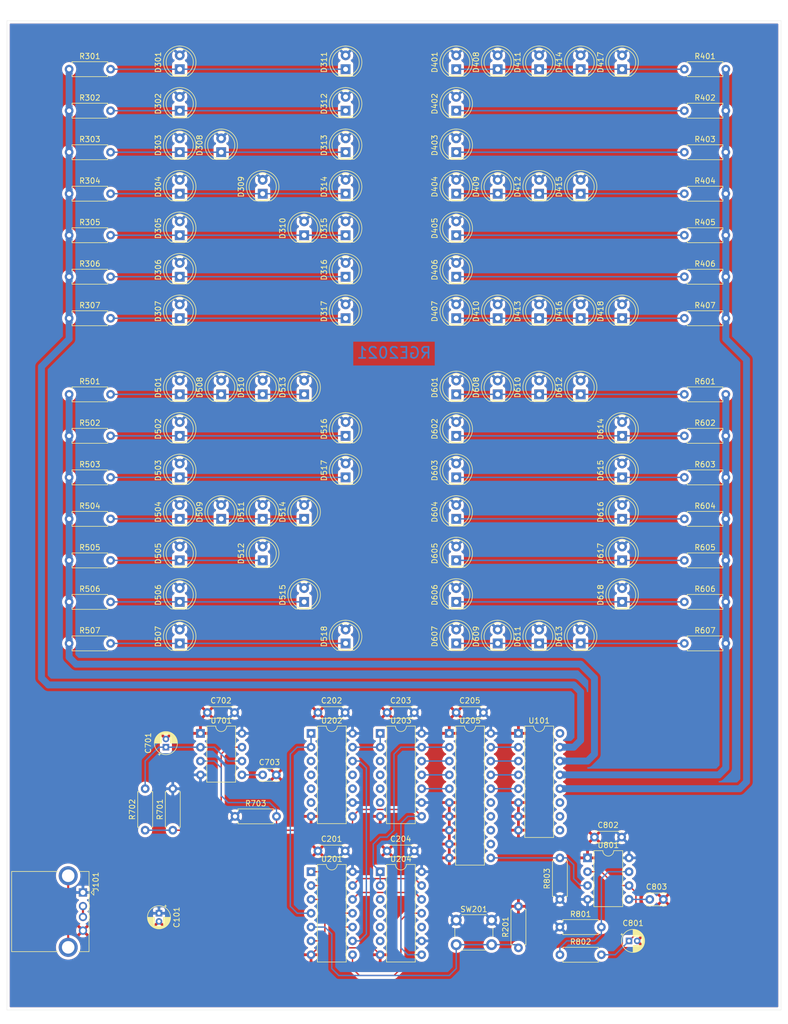
<source format=kicad_pcb>
(kicad_pcb (version 20171130) (host pcbnew "(5.1.8-0-10_14)")
  (layers (0 F.Cu signal hide) (31 B.Cu signal) (34 B.Paste user) (35 F.Paste user) (36 B.SilkS user) (37 F.SilkS user) (38 B.Mask user) (39 F.Mask user) (44 Edge.Cuts user))
  (net 0 "")
  (net 1 "Net-(J101-Pad5)")
  (net 2 "Net-(J101-Pad2)")
  (net 3 GND)
  (net 4 +5V)
  (net 5 "Net-(R201-Pad1)")
  (net 6 "Net-(U201-Pad13)")
  (net 7 "Net-(U201-Pad10)")
  (net 8 "Net-(U201-Pad12)")
  (net 9 "Net-(U201-Pad4)")
  (net 10 "Net-(U201-Pad3)")
  (net 11 "Net-(U201-Pad1)")
  (net 12 "Net-(U202-Pad13)")
  (net 13 "Net-(U202-Pad6)")
  (net 14 "Net-(U202-Pad5)")
  (net 15 "Net-(U202-Pad11)")
  (net 16 "Net-(U202-Pad4)")
  (net 17 "Net-(U202-Pad10)")
  (net 18 "Net-(U202-Pad3)")
  (net 19 /LFSR/CLK)
  (net 20 "Net-(U203-Pad6)")
  (net 21 "Net-(U203-Pad5)")
  (net 22 /LFSR/OutD)
  (net 23 /LFSR/OutC)
  (net 24 /LFSR/OutB)
  (net 25 /LFSR/OutA)
  (net 26 "Net-(U204-Pad6)")
  (net 27 "Net-(U204-Pad5)")
  (net 28 "Net-(U204-Pad4)")
  (net 29 "Net-(U204-Pad10)")
  (net 30 "Net-(U204-Pad3)")
  (net 31 "Net-(U101-Pad16)")
  (net 32 "Net-(U101-Pad11)")
  (net 33 "Net-(U101-Pad10)")
  (net 34 "Net-(U101-Pad9)")
  (net 35 "Net-(D301-Pad1)")
  (net 36 "Net-(D302-Pad1)")
  (net 37 "Net-(D303-Pad1)")
  (net 38 "Net-(D304-Pad1)")
  (net 39 "Net-(D305-Pad1)")
  (net 40 "Net-(D306-Pad1)")
  (net 41 "Net-(D307-Pad1)")
  (net 42 "Net-(D401-Pad1)")
  (net 43 "Net-(D402-Pad1)")
  (net 44 "Net-(D403-Pad1)")
  (net 45 "Net-(D404-Pad1)")
  (net 46 "Net-(D405-Pad1)")
  (net 47 "Net-(D406-Pad1)")
  (net 48 "Net-(D407-Pad1)")
  (net 49 "Net-(D501-Pad1)")
  (net 50 "Net-(D502-Pad1)")
  (net 51 "Net-(D503-Pad1)")
  (net 52 "Net-(D504-Pad1)")
  (net 53 "Net-(D505-Pad1)")
  (net 54 "Net-(D506-Pad1)")
  (net 55 "Net-(D507-Pad1)")
  (net 56 "Net-(D601-Pad1)")
  (net 57 "Net-(D602-Pad1)")
  (net 58 "Net-(D603-Pad1)")
  (net 59 "Net-(D604-Pad1)")
  (net 60 "Net-(D605-Pad1)")
  (net 61 "Net-(D606-Pad1)")
  (net 62 "Net-(D607-Pad1)")
  (net 63 "/Shift Clock/TRTHR")
  (net 64 "Net-(C703-Pad1)")
  (net 65 "/Latch Clock/TRTHR")
  (net 66 "Net-(C803-Pad1)")
  (net 67 "/Shift Clock/DIVIDER")
  (net 68 "/Latch Clock/DIVIDER")
  (net 69 "/Latch Clock/CLK")
  (net 70 "Net-(U203-Pad13)")
  (net 71 "Net-(U203-Pad12)")
  (net 72 "Net-(U203-Pad11)")
  (net 73 "Net-(U203-Pad4)")
  (net 74 "Net-(U203-Pad10)")
  (net 75 "Net-(U203-Pad3)")
  (net 76 "Net-(U205-Pad15)")
  (net 77 "Net-(U205-Pad14)")
  (net 78 "Net-(U205-Pad13)")
  (net 79 "Net-(U205-Pad12)")
  (net 80 "Net-(U201-Pad9)")
  (net 81 "Net-(U201-Pad8)")
  (net 82 /N-LED/NLED)
  (net 83 /LED-R/RLED)
  (net 84 /LED-E/ELED)
  (net 85 /LED-D/DLED)
  (module Resistor_THT:R_Axial_DIN0207_L6.3mm_D2.5mm_P7.62mm_Horizontal (layer F.Cu) (at 222.25 106.68)
    (fp_text reference R607 (at 3.81 -2.37) (layer F.SilkS))
    (fp_text value R)
    (pad 2 thru_hole oval (at 7.62 0) (size 1.6 1.6) (drill 0.8) (layers *.Cu *.Mask) (net 85 /LED-D/DLED))
    (pad 1 thru_hole circle (at 0 0) (size 1.6 1.6) (drill 0.8) (layers *.Cu *.Mask) (net 62 "Net-(D607-Pad1)"))
  )
  (module Resistor_THT:R_Axial_DIN0207_L6.3mm_D2.5mm_P7.62mm_Horizontal (layer F.Cu) (at 222.25 99.06)
    (fp_text reference R606 (at 3.81 -2.37) (layer F.SilkS))
    (fp_text value R)
    (pad 2 thru_hole oval (at 7.62 0) (size 1.6 1.6) (drill 0.8) (layers *.Cu *.Mask) (net 85 /LED-D/DLED))
    (pad 1 thru_hole circle (at 0 0) (size 1.6 1.6) (drill 0.8) (layers *.Cu *.Mask) (net 61 "Net-(D606-Pad1)"))
  )
  (module Resistor_THT:R_Axial_DIN0207_L6.3mm_D2.5mm_P7.62mm_Horizontal (layer F.Cu) (at 222.25 91.44)
    (fp_text reference R605 (at 3.81 -2.37) (layer F.SilkS))
    (fp_text value R)
    (pad 2 thru_hole oval (at 7.62 0) (size 1.6 1.6) (drill 0.8) (layers *.Cu *.Mask) (net 85 /LED-D/DLED))
    (pad 1 thru_hole circle (at 0 0) (size 1.6 1.6) (drill 0.8) (layers *.Cu *.Mask) (net 60 "Net-(D605-Pad1)"))
  )
  (module Resistor_THT:R_Axial_DIN0207_L6.3mm_D2.5mm_P7.62mm_Horizontal (layer F.Cu) (at 222.25 83.82)
    (fp_text reference R604 (at 3.81 -2.37) (layer F.SilkS))
    (fp_text value R)
    (pad 2 thru_hole oval (at 7.62 0) (size 1.6 1.6) (drill 0.8) (layers *.Cu *.Mask) (net 85 /LED-D/DLED))
    (pad 1 thru_hole circle (at 0 0) (size 1.6 1.6) (drill 0.8) (layers *.Cu *.Mask) (net 59 "Net-(D604-Pad1)"))
  )
  (module Resistor_THT:R_Axial_DIN0207_L6.3mm_D2.5mm_P7.62mm_Horizontal (layer F.Cu) (at 222.25 76.2)
    (fp_text reference R603 (at 3.81 -2.37) (layer F.SilkS))
    (fp_text value R)
    (pad 2 thru_hole oval (at 7.62 0) (size 1.6 1.6) (drill 0.8) (layers *.Cu *.Mask) (net 85 /LED-D/DLED))
    (pad 1 thru_hole circle (at 0 0) (size 1.6 1.6) (drill 0.8) (layers *.Cu *.Mask) (net 58 "Net-(D603-Pad1)"))
  )
  (module Resistor_THT:R_Axial_DIN0207_L6.3mm_D2.5mm_P7.62mm_Horizontal (layer F.Cu) (at 222.25 68.58)
    (fp_text reference R602 (at 3.81 -2.37) (layer F.SilkS))
    (fp_text value R)
    (pad 2 thru_hole oval (at 7.62 0) (size 1.6 1.6) (drill 0.8) (layers *.Cu *.Mask) (net 85 /LED-D/DLED))
    (pad 1 thru_hole circle (at 0 0) (size 1.6 1.6) (drill 0.8) (layers *.Cu *.Mask) (net 57 "Net-(D602-Pad1)"))
  )
  (module Resistor_THT:R_Axial_DIN0207_L6.3mm_D2.5mm_P7.62mm_Horizontal (layer F.Cu) (at 222.25 60.96)
    (fp_text reference R601 (at 3.81 -2.37) (layer F.SilkS))
    (fp_text value R)
    (pad 2 thru_hole oval (at 7.62 0) (size 1.6 1.6) (drill 0.8) (layers *.Cu *.Mask) (net 85 /LED-D/DLED))
    (pad 1 thru_hole circle (at 0 0) (size 1.6 1.6) (drill 0.8) (layers *.Cu *.Mask) (net 56 "Net-(D601-Pad1)"))
  )
  (module Resistor_THT:R_Axial_DIN0207_L6.3mm_D2.5mm_P7.62mm_Horizontal (layer F.Cu) (at 222.25 46.99)
    (fp_text reference R407 (at 3.81 -2.37) (layer F.SilkS))
    (fp_text value R)
    (pad 2 thru_hole oval (at 7.62 0) (size 1.6 1.6) (drill 0.8) (layers *.Cu *.Mask) (net 84 /LED-E/ELED))
    (pad 1 thru_hole circle (at 0 0) (size 1.6 1.6) (drill 0.8) (layers *.Cu *.Mask) (net 48 "Net-(D407-Pad1)"))
  )
  (module Resistor_THT:R_Axial_DIN0207_L6.3mm_D2.5mm_P7.62mm_Horizontal (layer F.Cu) (at 222.25 39.37)
    (fp_text reference R406 (at 3.81 -2.37) (layer F.SilkS))
    (fp_text value R)
    (pad 2 thru_hole oval (at 7.62 0) (size 1.6 1.6) (drill 0.8) (layers *.Cu *.Mask) (net 84 /LED-E/ELED))
    (pad 1 thru_hole circle (at 0 0) (size 1.6 1.6) (drill 0.8) (layers *.Cu *.Mask) (net 47 "Net-(D406-Pad1)"))
  )
  (module Resistor_THT:R_Axial_DIN0207_L6.3mm_D2.5mm_P7.62mm_Horizontal (layer F.Cu) (at 222.25 31.75)
    (fp_text reference R405 (at 3.81 -2.37) (layer F.SilkS))
    (fp_text value R)
    (pad 2 thru_hole oval (at 7.62 0) (size 1.6 1.6) (drill 0.8) (layers *.Cu *.Mask) (net 84 /LED-E/ELED))
    (pad 1 thru_hole circle (at 0 0) (size 1.6 1.6) (drill 0.8) (layers *.Cu *.Mask) (net 46 "Net-(D405-Pad1)"))
  )
  (module Resistor_THT:R_Axial_DIN0207_L6.3mm_D2.5mm_P7.62mm_Horizontal (layer F.Cu) (at 222.25 24.13)
    (fp_text reference R404 (at 3.81 -2.37) (layer F.SilkS))
    (fp_text value R)
    (pad 2 thru_hole oval (at 7.62 0) (size 1.6 1.6) (drill 0.8) (layers *.Cu *.Mask) (net 84 /LED-E/ELED))
    (pad 1 thru_hole circle (at 0 0) (size 1.6 1.6) (drill 0.8) (layers *.Cu *.Mask) (net 45 "Net-(D404-Pad1)"))
  )
  (module Resistor_THT:R_Axial_DIN0207_L6.3mm_D2.5mm_P7.62mm_Horizontal (layer F.Cu) (at 222.25 16.51)
    (fp_text reference R403 (at 3.81 -2.37) (layer F.SilkS))
    (fp_text value R)
    (pad 2 thru_hole oval (at 7.62 0) (size 1.6 1.6) (drill 0.8) (layers *.Cu *.Mask) (net 84 /LED-E/ELED))
    (pad 1 thru_hole circle (at 0 0) (size 1.6 1.6) (drill 0.8) (layers *.Cu *.Mask) (net 44 "Net-(D403-Pad1)"))
  )
  (module Resistor_THT:R_Axial_DIN0207_L6.3mm_D2.5mm_P7.62mm_Horizontal (layer F.Cu) (at 222.25 8.89)
    (fp_text reference R402 (at 3.81 -2.37) (layer F.SilkS))
    (fp_text value R)
    (pad 2 thru_hole oval (at 7.62 0) (size 1.6 1.6) (drill 0.8) (layers *.Cu *.Mask) (net 84 /LED-E/ELED))
    (pad 1 thru_hole circle (at 0 0) (size 1.6 1.6) (drill 0.8) (layers *.Cu *.Mask) (net 43 "Net-(D402-Pad1)"))
  )
  (module Resistor_THT:R_Axial_DIN0207_L6.3mm_D2.5mm_P7.62mm_Horizontal (layer F.Cu) (at 222.25 1.27)
    (fp_text reference R401 (at 3.81 -2.37) (layer F.SilkS))
    (fp_text value R)
    (pad 2 thru_hole oval (at 7.62 0) (size 1.6 1.6) (drill 0.8) (layers *.Cu *.Mask) (net 84 /LED-E/ELED))
    (pad 1 thru_hole circle (at 0 0) (size 1.6 1.6) (drill 0.8) (layers *.Cu *.Mask) (net 42 "Net-(D401-Pad1)"))
  )
  (module Resistor_THT:R_Axial_DIN0207_L6.3mm_D2.5mm_P7.62mm_Horizontal (layer F.Cu) (at 109.22 106.68)
    (fp_text reference R507 (at 3.81 -2.37) (layer F.SilkS))
    (fp_text value R)
    (pad 2 thru_hole oval (at 7.62 0) (size 1.6 1.6) (drill 0.8) (layers *.Cu *.Mask) (net 55 "Net-(D507-Pad1)"))
    (pad 1 thru_hole circle (at 0 0) (size 1.6 1.6) (drill 0.8) (layers *.Cu *.Mask) (net 83 /LED-R/RLED))
  )
  (module Resistor_THT:R_Axial_DIN0207_L6.3mm_D2.5mm_P7.62mm_Horizontal (layer F.Cu) (at 109.22 99.06)
    (fp_text reference R506 (at 3.81 -2.37) (layer F.SilkS))
    (fp_text value R)
    (pad 2 thru_hole oval (at 7.62 0) (size 1.6 1.6) (drill 0.8) (layers *.Cu *.Mask) (net 54 "Net-(D506-Pad1)"))
    (pad 1 thru_hole circle (at 0 0) (size 1.6 1.6) (drill 0.8) (layers *.Cu *.Mask) (net 83 /LED-R/RLED))
  )
  (module Resistor_THT:R_Axial_DIN0207_L6.3mm_D2.5mm_P7.62mm_Horizontal (layer F.Cu) (at 109.22 91.44)
    (fp_text reference R505 (at 3.81 -2.37) (layer F.SilkS))
    (fp_text value R)
    (pad 2 thru_hole oval (at 7.62 0) (size 1.6 1.6) (drill 0.8) (layers *.Cu *.Mask) (net 53 "Net-(D505-Pad1)"))
    (pad 1 thru_hole circle (at 0 0) (size 1.6 1.6) (drill 0.8) (layers *.Cu *.Mask) (net 83 /LED-R/RLED))
  )
  (module Resistor_THT:R_Axial_DIN0207_L6.3mm_D2.5mm_P7.62mm_Horizontal (layer F.Cu) (at 109.22 83.82)
    (fp_text reference R504 (at 3.81 -2.37) (layer F.SilkS))
    (fp_text value R)
    (pad 2 thru_hole oval (at 7.62 0) (size 1.6 1.6) (drill 0.8) (layers *.Cu *.Mask) (net 52 "Net-(D504-Pad1)"))
    (pad 1 thru_hole circle (at 0 0) (size 1.6 1.6) (drill 0.8) (layers *.Cu *.Mask) (net 83 /LED-R/RLED))
  )
  (module Resistor_THT:R_Axial_DIN0207_L6.3mm_D2.5mm_P7.62mm_Horizontal (layer F.Cu) (at 109.22 76.2)
    (fp_text reference R503 (at 3.81 -2.37) (layer F.SilkS))
    (fp_text value R)
    (pad 2 thru_hole oval (at 7.62 0) (size 1.6 1.6) (drill 0.8) (layers *.Cu *.Mask) (net 51 "Net-(D503-Pad1)"))
    (pad 1 thru_hole circle (at 0 0) (size 1.6 1.6) (drill 0.8) (layers *.Cu *.Mask) (net 83 /LED-R/RLED))
  )
  (module Resistor_THT:R_Axial_DIN0207_L6.3mm_D2.5mm_P7.62mm_Horizontal (layer F.Cu) (at 109.22 68.58)
    (fp_text reference R502 (at 3.81 -2.37) (layer F.SilkS))
    (fp_text value R)
    (pad 2 thru_hole oval (at 7.62 0) (size 1.6 1.6) (drill 0.8) (layers *.Cu *.Mask) (net 50 "Net-(D502-Pad1)"))
    (pad 1 thru_hole circle (at 0 0) (size 1.6 1.6) (drill 0.8) (layers *.Cu *.Mask) (net 83 /LED-R/RLED))
  )
  (module Resistor_THT:R_Axial_DIN0207_L6.3mm_D2.5mm_P7.62mm_Horizontal (layer F.Cu) (at 109.22 60.96)
    (fp_text reference R501 (at 3.81 -2.37) (layer F.SilkS))
    (fp_text value R)
    (pad 2 thru_hole oval (at 7.62 0) (size 1.6 1.6) (drill 0.8) (layers *.Cu *.Mask) (net 49 "Net-(D501-Pad1)"))
    (pad 1 thru_hole circle (at 0 0) (size 1.6 1.6) (drill 0.8) (layers *.Cu *.Mask) (net 83 /LED-R/RLED))
  )
  (module Resistor_THT:R_Axial_DIN0207_L6.3mm_D2.5mm_P7.62mm_Horizontal (layer F.Cu) (at 109.22 46.99)
    (fp_text reference R307 (at 3.81 -2.37) (layer F.SilkS))
    (fp_text value R)
    (pad 2 thru_hole oval (at 7.62 0) (size 1.6 1.6) (drill 0.8) (layers *.Cu *.Mask) (net 41 "Net-(D307-Pad1)"))
    (pad 1 thru_hole circle (at 0 0) (size 1.6 1.6) (drill 0.8) (layers *.Cu *.Mask) (net 82 /N-LED/NLED))
  )
  (module Resistor_THT:R_Axial_DIN0207_L6.3mm_D2.5mm_P7.62mm_Horizontal (layer F.Cu) (at 109.22 39.37)
    (fp_text reference R306 (at 3.81 -2.37) (layer F.SilkS))
    (fp_text value R)
    (pad 2 thru_hole oval (at 7.62 0) (size 1.6 1.6) (drill 0.8) (layers *.Cu *.Mask) (net 40 "Net-(D306-Pad1)"))
    (pad 1 thru_hole circle (at 0 0) (size 1.6 1.6) (drill 0.8) (layers *.Cu *.Mask) (net 82 /N-LED/NLED))
  )
  (module Resistor_THT:R_Axial_DIN0207_L6.3mm_D2.5mm_P7.62mm_Horizontal (layer F.Cu) (at 109.22 31.75)
    (fp_text reference R305 (at 3.81 -2.37) (layer F.SilkS))
    (fp_text value R)
    (pad 2 thru_hole oval (at 7.62 0) (size 1.6 1.6) (drill 0.8) (layers *.Cu *.Mask) (net 39 "Net-(D305-Pad1)"))
    (pad 1 thru_hole circle (at 0 0) (size 1.6 1.6) (drill 0.8) (layers *.Cu *.Mask) (net 82 /N-LED/NLED))
  )
  (module Resistor_THT:R_Axial_DIN0207_L6.3mm_D2.5mm_P7.62mm_Horizontal (layer F.Cu) (at 109.22 24.13)
    (fp_text reference R304 (at 3.81 -2.37) (layer F.SilkS))
    (fp_text value R)
    (pad 2 thru_hole oval (at 7.62 0) (size 1.6 1.6) (drill 0.8) (layers *.Cu *.Mask) (net 38 "Net-(D304-Pad1)"))
    (pad 1 thru_hole circle (at 0 0) (size 1.6 1.6) (drill 0.8) (layers *.Cu *.Mask) (net 82 /N-LED/NLED))
  )
  (module Resistor_THT:R_Axial_DIN0207_L6.3mm_D2.5mm_P7.62mm_Horizontal (layer F.Cu) (at 109.22 16.51)
    (fp_text reference R303 (at 3.81 -2.37) (layer F.SilkS))
    (fp_text value R)
    (pad 2 thru_hole oval (at 7.62 0) (size 1.6 1.6) (drill 0.8) (layers *.Cu *.Mask) (net 37 "Net-(D303-Pad1)"))
    (pad 1 thru_hole circle (at 0 0) (size 1.6 1.6) (drill 0.8) (layers *.Cu *.Mask) (net 82 /N-LED/NLED))
  )
  (module Resistor_THT:R_Axial_DIN0207_L6.3mm_D2.5mm_P7.62mm_Horizontal (layer F.Cu) (at 109.22 8.89)
    (fp_text reference R302 (at 3.81 -2.37) (layer F.SilkS))
    (fp_text value R)
    (pad 2 thru_hole oval (at 7.62 0) (size 1.6 1.6) (drill 0.8) (layers *.Cu *.Mask) (net 36 "Net-(D302-Pad1)"))
    (pad 1 thru_hole circle (at 0 0) (size 1.6 1.6) (drill 0.8) (layers *.Cu *.Mask) (net 82 /N-LED/NLED))
  )
  (module Resistor_THT:R_Axial_DIN0207_L6.3mm_D2.5mm_P7.62mm_Horizontal (layer F.Cu) (at 109.22 1.27)
    (fp_text reference R301 (at 3.81 -2.37) (layer F.SilkS))
    (fp_text value R)
    (pad 2 thru_hole oval (at 7.62 0) (size 1.6 1.6) (drill 0.8) (layers *.Cu *.Mask) (net 35 "Net-(D301-Pad1)"))
    (pad 1 thru_hole circle (at 0 0) (size 1.6 1.6) (drill 0.8) (layers *.Cu *.Mask) (net 82 /N-LED/NLED))
  )
  (module Package_DIP:DIP-20_W7.62mm (layer F.Cu) (at 179.07 123.19)
    (fp_text reference U205 (at 3.81 -2.33) (layer F.SilkS))
    (fp_text value 74HCT574)
    (pad 20 thru_hole oval (at 7.62 0) (size 1.6 1.6) (drill 0.8) (layers *.Cu *.Mask) (net 4 +5V))
    (pad 10 thru_hole oval (at 0 22.86) (size 1.6 1.6) (drill 0.8) (layers *.Cu *.Mask) (net 3 GND))
    (pad 19 thru_hole oval (at 7.62 2.54) (size 1.6 1.6) (drill 0.8) (layers *.Cu *.Mask) (net 25 /LFSR/OutA))
    (pad 9 thru_hole oval (at 0 20.32) (size 1.6 1.6) (drill 0.8) (layers *.Cu *.Mask) (net 3 GND))
    (pad 18 thru_hole oval (at 7.62 5.08) (size 1.6 1.6) (drill 0.8) (layers *.Cu *.Mask) (net 24 /LFSR/OutB))
    (pad 8 thru_hole oval (at 0 17.78) (size 1.6 1.6) (drill 0.8) (layers *.Cu *.Mask) (net 3 GND))
    (pad 17 thru_hole oval (at 7.62 7.62) (size 1.6 1.6) (drill 0.8) (layers *.Cu *.Mask) (net 23 /LFSR/OutC))
    (pad 7 thru_hole oval (at 0 15.24) (size 1.6 1.6) (drill 0.8) (layers *.Cu *.Mask) (net 3 GND))
    (pad 16 thru_hole oval (at 7.62 10.16) (size 1.6 1.6) (drill 0.8) (layers *.Cu *.Mask) (net 22 /LFSR/OutD))
    (pad 6 thru_hole oval (at 0 12.7) (size 1.6 1.6) (drill 0.8) (layers *.Cu *.Mask) (net 3 GND))
    (pad 15 thru_hole oval (at 7.62 12.7) (size 1.6 1.6) (drill 0.8) (layers *.Cu *.Mask) (net 76 "Net-(U205-Pad15)"))
    (pad 5 thru_hole oval (at 0 10.16) (size 1.6 1.6) (drill 0.8) (layers *.Cu *.Mask) (net 74 "Net-(U203-Pad10)"))
    (pad 14 thru_hole oval (at 7.62 15.24) (size 1.6 1.6) (drill 0.8) (layers *.Cu *.Mask) (net 77 "Net-(U205-Pad14)"))
    (pad 4 thru_hole oval (at 0 7.62) (size 1.6 1.6) (drill 0.8) (layers *.Cu *.Mask) (net 72 "Net-(U203-Pad11)"))
    (pad 13 thru_hole oval (at 7.62 17.78) (size 1.6 1.6) (drill 0.8) (layers *.Cu *.Mask) (net 78 "Net-(U205-Pad13)"))
    (pad 3 thru_hole oval (at 0 5.08) (size 1.6 1.6) (drill 0.8) (layers *.Cu *.Mask) (net 71 "Net-(U203-Pad12)"))
    (pad 12 thru_hole oval (at 7.62 20.32) (size 1.6 1.6) (drill 0.8) (layers *.Cu *.Mask) (net 79 "Net-(U205-Pad12)"))
    (pad 2 thru_hole oval (at 0 2.54) (size 1.6 1.6) (drill 0.8) (layers *.Cu *.Mask) (net 70 "Net-(U203-Pad13)"))
    (pad 11 thru_hole oval (at 7.62 22.86) (size 1.6 1.6) (drill 0.8) (layers *.Cu *.Mask) (net 69 "/Latch Clock/CLK"))
    (pad 1 thru_hole rect (at 0 0) (size 1.6 1.6) (drill 0.8) (layers *.Cu *.Mask) (net 3 GND))
  )
  (module Package_DIP:DIP-14_W7.62mm (layer F.Cu) (at 166.37 123.19)
    (fp_text reference U203 (at 3.81 -2.33) (layer F.SilkS))
    (fp_text value 74HC164)
    (pad 14 thru_hole oval (at 7.62 0) (size 1.6 1.6) (drill 0.8) (layers *.Cu *.Mask) (net 4 +5V))
    (pad 7 thru_hole oval (at 0 15.24) (size 1.6 1.6) (drill 0.8) (layers *.Cu *.Mask) (net 3 GND))
    (pad 13 thru_hole oval (at 7.62 2.54) (size 1.6 1.6) (drill 0.8) (layers *.Cu *.Mask) (net 70 "Net-(U203-Pad13)"))
    (pad 6 thru_hole oval (at 0 12.7) (size 1.6 1.6) (drill 0.8) (layers *.Cu *.Mask) (net 20 "Net-(U203-Pad6)"))
    (pad 12 thru_hole oval (at 7.62 5.08) (size 1.6 1.6) (drill 0.8) (layers *.Cu *.Mask) (net 71 "Net-(U203-Pad12)"))
    (pad 5 thru_hole oval (at 0 10.16) (size 1.6 1.6) (drill 0.8) (layers *.Cu *.Mask) (net 21 "Net-(U203-Pad5)"))
    (pad 11 thru_hole oval (at 7.62 7.62) (size 1.6 1.6) (drill 0.8) (layers *.Cu *.Mask) (net 72 "Net-(U203-Pad11)"))
    (pad 4 thru_hole oval (at 0 7.62) (size 1.6 1.6) (drill 0.8) (layers *.Cu *.Mask) (net 73 "Net-(U203-Pad4)"))
    (pad 10 thru_hole oval (at 7.62 10.16) (size 1.6 1.6) (drill 0.8) (layers *.Cu *.Mask) (net 74 "Net-(U203-Pad10)"))
    (pad 3 thru_hole oval (at 0 5.08) (size 1.6 1.6) (drill 0.8) (layers *.Cu *.Mask) (net 75 "Net-(U203-Pad3)"))
    (pad 9 thru_hole oval (at 7.62 12.7) (size 1.6 1.6) (drill 0.8) (layers *.Cu *.Mask) (net 4 +5V))
    (pad 2 thru_hole oval (at 0 2.54) (size 1.6 1.6) (drill 0.8) (layers *.Cu *.Mask) (net 12 "Net-(U202-Pad13)"))
    (pad 8 thru_hole oval (at 7.62 15.24) (size 1.6 1.6) (drill 0.8) (layers *.Cu *.Mask) (net 19 /LFSR/CLK))
    (pad 1 thru_hole rect (at 0 0) (size 1.6 1.6) (drill 0.8) (layers *.Cu *.Mask) (net 12 "Net-(U202-Pad13)"))
  )
  (module Capacitor_THT:C_Disc_D4.3mm_W1.9mm_P5.00mm (layer F.Cu) (at 180.34 119.38)
    (fp_text reference C205 (at 2.5 -2.2) (layer F.SilkS))
    (fp_text value C)
    (pad 2 thru_hole circle (at 5 0) (size 1.6 1.6) (drill 0.8) (layers *.Cu *.Mask) (net 4 +5V))
    (pad 1 thru_hole circle (at 0 0) (size 1.6 1.6) (drill 0.8) (layers *.Cu *.Mask) (net 3 GND))
  )
  (module Package_DIP:DIP-8_W7.62mm (layer F.Cu) (at 204.47 146.05)
    (fp_text reference U801 (at 3.81 -2.33) (layer F.SilkS))
    (fp_text value LM555xN)
    (pad 8 thru_hole oval (at 7.62 0) (size 1.6 1.6) (drill 0.8) (layers *.Cu *.Mask) (net 4 +5V))
    (pad 4 thru_hole oval (at 0 7.62) (size 1.6 1.6) (drill 0.8) (layers *.Cu *.Mask) (net 4 +5V))
    (pad 7 thru_hole oval (at 7.62 2.54) (size 1.6 1.6) (drill 0.8) (layers *.Cu *.Mask) (net 68 "/Latch Clock/DIVIDER"))
    (pad 3 thru_hole oval (at 0 5.08) (size 1.6 1.6) (drill 0.8) (layers *.Cu *.Mask) (net 69 "/Latch Clock/CLK"))
    (pad 6 thru_hole oval (at 7.62 5.08) (size 1.6 1.6) (drill 0.8) (layers *.Cu *.Mask) (net 65 "/Latch Clock/TRTHR"))
    (pad 2 thru_hole oval (at 0 2.54) (size 1.6 1.6) (drill 0.8) (layers *.Cu *.Mask) (net 65 "/Latch Clock/TRTHR"))
    (pad 5 thru_hole oval (at 7.62 7.62) (size 1.6 1.6) (drill 0.8) (layers *.Cu *.Mask) (net 66 "Net-(C803-Pad1)"))
    (pad 1 thru_hole rect (at 0 0) (size 1.6 1.6) (drill 0.8) (layers *.Cu *.Mask) (net 3 GND))
  )
  (module Package_DIP:DIP-8_W7.62mm (layer F.Cu) (at 133.35 123.19)
    (fp_text reference U701 (at 3.81 -2.33) (layer F.SilkS))
    (fp_text value LM555xN)
    (pad 8 thru_hole oval (at 7.62 0) (size 1.6 1.6) (drill 0.8) (layers *.Cu *.Mask) (net 4 +5V))
    (pad 4 thru_hole oval (at 0 7.62) (size 1.6 1.6) (drill 0.8) (layers *.Cu *.Mask) (net 4 +5V))
    (pad 7 thru_hole oval (at 7.62 2.54) (size 1.6 1.6) (drill 0.8) (layers *.Cu *.Mask) (net 67 "/Shift Clock/DIVIDER"))
    (pad 3 thru_hole oval (at 0 5.08) (size 1.6 1.6) (drill 0.8) (layers *.Cu *.Mask) (net 19 /LFSR/CLK))
    (pad 6 thru_hole oval (at 7.62 5.08) (size 1.6 1.6) (drill 0.8) (layers *.Cu *.Mask) (net 63 "/Shift Clock/TRTHR"))
    (pad 2 thru_hole oval (at 0 2.54) (size 1.6 1.6) (drill 0.8) (layers *.Cu *.Mask) (net 63 "/Shift Clock/TRTHR"))
    (pad 5 thru_hole oval (at 7.62 7.62) (size 1.6 1.6) (drill 0.8) (layers *.Cu *.Mask) (net 64 "Net-(C703-Pad1)"))
    (pad 1 thru_hole rect (at 0 0) (size 1.6 1.6) (drill 0.8) (layers *.Cu *.Mask) (net 3 GND))
  )
  (module Resistor_THT:R_Axial_DIN0207_L6.3mm_D2.5mm_P7.62mm_Horizontal (layer F.Cu) (at 199.39 153.67 90)
    (fp_text reference R803 (at 3.81 -2.37 90) (layer F.SilkS))
    (fp_text value 1k)
    (pad 2 thru_hole oval (at 7.62 0 90) (size 1.6 1.6) (drill 0.8) (layers *.Cu *.Mask) (net 69 "/Latch Clock/CLK"))
    (pad 1 thru_hole circle (at 0 0 90) (size 1.6 1.6) (drill 0.8) (layers *.Cu *.Mask) (net 4 +5V))
  )
  (module Resistor_THT:R_Axial_DIN0207_L6.3mm_D2.5mm_P7.62mm_Horizontal (layer F.Cu) (at 199.39 163.83)
    (fp_text reference R802 (at 3.81 -2.37) (layer F.SilkS))
    (fp_text value 10k)
    (pad 2 thru_hole oval (at 7.62 0) (size 1.6 1.6) (drill 0.8) (layers *.Cu *.Mask) (net 65 "/Latch Clock/TRTHR"))
    (pad 1 thru_hole circle (at 0 0) (size 1.6 1.6) (drill 0.8) (layers *.Cu *.Mask) (net 68 "/Latch Clock/DIVIDER"))
  )
  (module Resistor_THT:R_Axial_DIN0207_L6.3mm_D2.5mm_P7.62mm_Horizontal (layer F.Cu) (at 199.39 158.75)
    (fp_text reference R801 (at 3.81 -2.37) (layer F.SilkS))
    (fp_text value 10k)
    (pad 2 thru_hole oval (at 7.62 0) (size 1.6 1.6) (drill 0.8) (layers *.Cu *.Mask) (net 68 "/Latch Clock/DIVIDER"))
    (pad 1 thru_hole circle (at 0 0) (size 1.6 1.6) (drill 0.8) (layers *.Cu *.Mask) (net 4 +5V))
  )
  (module Resistor_THT:R_Axial_DIN0207_L6.3mm_D2.5mm_P7.62mm_Horizontal (layer F.Cu) (at 139.7 138.43)
    (fp_text reference R703 (at 3.81 -2.37) (layer F.SilkS))
    (fp_text value 1k)
    (pad 2 thru_hole oval (at 7.62 0) (size 1.6 1.6) (drill 0.8) (layers *.Cu *.Mask) (net 19 /LFSR/CLK))
    (pad 1 thru_hole circle (at 0 0) (size 1.6 1.6) (drill 0.8) (layers *.Cu *.Mask) (net 4 +5V))
  )
  (module Resistor_THT:R_Axial_DIN0207_L6.3mm_D2.5mm_P7.62mm_Horizontal (layer F.Cu) (at 123.19 140.97 90)
    (fp_text reference R702 (at 3.81 -2.37 90) (layer F.SilkS))
    (fp_text value 3k3)
    (pad 2 thru_hole oval (at 7.62 0 90) (size 1.6 1.6) (drill 0.8) (layers *.Cu *.Mask) (net 63 "/Shift Clock/TRTHR"))
    (pad 1 thru_hole circle (at 0 0 90) (size 1.6 1.6) (drill 0.8) (layers *.Cu *.Mask) (net 67 "/Shift Clock/DIVIDER"))
  )
  (module Resistor_THT:R_Axial_DIN0207_L6.3mm_D2.5mm_P7.62mm_Horizontal (layer F.Cu) (at 128.27 140.97 90)
    (fp_text reference R701 (at 3.81 -2.37 90) (layer F.SilkS))
    (fp_text value 3k3)
    (pad 2 thru_hole oval (at 7.62 0 90) (size 1.6 1.6) (drill 0.8) (layers *.Cu *.Mask) (net 4 +5V))
    (pad 1 thru_hole circle (at 0 0 90) (size 1.6 1.6) (drill 0.8) (layers *.Cu *.Mask) (net 67 "/Shift Clock/DIVIDER"))
  )
  (module Capacitor_THT:C_Disc_D3.4mm_W2.1mm_P2.50mm (layer F.Cu) (at 215.9 153.67)
    (fp_text reference C803 (at 1.25 -2.3) (layer F.SilkS))
    (fp_text value 0.01u)
    (pad 2 thru_hole circle (at 2.5 0) (size 1.6 1.6) (drill 0.8) (layers *.Cu *.Mask) (net 3 GND))
    (pad 1 thru_hole circle (at 0 0) (size 1.6 1.6) (drill 0.8) (layers *.Cu *.Mask) (net 66 "Net-(C803-Pad1)"))
  )
  (module Capacitor_THT:C_Disc_D4.3mm_W1.9mm_P5.00mm (layer F.Cu) (at 205.74 142.24)
    (fp_text reference C802 (at 2.5 -2.2) (layer F.SilkS))
    (fp_text value 0.1u)
    (pad 2 thru_hole circle (at 5 0) (size 1.6 1.6) (drill 0.8) (layers *.Cu *.Mask) (net 4 +5V))
    (pad 1 thru_hole circle (at 0 0) (size 1.6 1.6) (drill 0.8) (layers *.Cu *.Mask) (net 3 GND))
  )
  (module Capacitor_THT:CP_Radial_D4.0mm_P1.50mm (layer F.Cu) (at 212.09 161.29)
    (fp_text reference C801 (at 0.75 -3.25) (layer F.SilkS))
    (fp_text value 10u)
    (pad 2 thru_hole circle (at 1.5 0) (size 1.2 1.2) (drill 0.6) (layers *.Cu *.Mask) (net 3 GND))
    (pad 1 thru_hole rect (at 0 0) (size 1.2 1.2) (drill 0.6) (layers *.Cu *.Mask) (net 65 "/Latch Clock/TRTHR"))
  )
  (module Capacitor_THT:C_Disc_D3.4mm_W2.1mm_P2.50mm (layer F.Cu) (at 144.78 130.81)
    (fp_text reference C703 (at 1.25 -2.3) (layer F.SilkS))
    (fp_text value 0.01u)
    (pad 2 thru_hole circle (at 2.5 0) (size 1.6 1.6) (drill 0.8) (layers *.Cu *.Mask) (net 3 GND))
    (pad 1 thru_hole circle (at 0 0) (size 1.6 1.6) (drill 0.8) (layers *.Cu *.Mask) (net 64 "Net-(C703-Pad1)"))
  )
  (module Capacitor_THT:C_Disc_D4.3mm_W1.9mm_P5.00mm (layer F.Cu) (at 134.62 119.38)
    (fp_text reference C702 (at 2.5 -2.2) (layer F.SilkS))
    (fp_text value 0.1u)
    (pad 2 thru_hole circle (at 5 0) (size 1.6 1.6) (drill 0.8) (layers *.Cu *.Mask) (net 4 +5V))
    (pad 1 thru_hole circle (at 0 0) (size 1.6 1.6) (drill 0.8) (layers *.Cu *.Mask) (net 3 GND))
  )
  (module Capacitor_THT:CP_Radial_D4.0mm_P1.50mm (layer F.Cu) (at 127 125.73 90)
    (fp_text reference C701 (at 0.75 -3.25 90) (layer F.SilkS))
    (fp_text value 1u)
    (pad 2 thru_hole circle (at 1.5 0 90) (size 1.2 1.2) (drill 0.6) (layers *.Cu *.Mask) (net 3 GND))
    (pad 1 thru_hole rect (at 0 0 90) (size 1.2 1.2) (drill 0.6) (layers *.Cu *.Mask) (net 63 "/Shift Clock/TRTHR"))
  )
  (module LED_THT:LED_D5.0mm (layer F.Cu) (at 210.82 99.06 90)
    (fp_text reference D618 (at 1.27 -3.96 90) (layer F.SilkS))
    (fp_text value LED)
    (pad 2 thru_hole circle (at 2.54 0 90) (size 1.8 1.8) (drill 0.9) (layers *.Cu *.Mask) (net 4 +5V))
    (pad 1 thru_hole rect (at 0 0 90) (size 1.8 1.8) (drill 0.9) (layers *.Cu *.Mask) (net 61 "Net-(D606-Pad1)"))
  )
  (module LED_THT:LED_D5.0mm (layer F.Cu) (at 210.82 91.44 90)
    (fp_text reference D617 (at 1.27 -3.96 90) (layer F.SilkS))
    (fp_text value LED)
    (pad 2 thru_hole circle (at 2.54 0 90) (size 1.8 1.8) (drill 0.9) (layers *.Cu *.Mask) (net 4 +5V))
    (pad 1 thru_hole rect (at 0 0 90) (size 1.8 1.8) (drill 0.9) (layers *.Cu *.Mask) (net 60 "Net-(D605-Pad1)"))
  )
  (module LED_THT:LED_D5.0mm (layer F.Cu) (at 210.82 83.82 90)
    (fp_text reference D616 (at 1.27 -3.96 90) (layer F.SilkS))
    (fp_text value LED)
    (pad 2 thru_hole circle (at 2.54 0 90) (size 1.8 1.8) (drill 0.9) (layers *.Cu *.Mask) (net 4 +5V))
    (pad 1 thru_hole rect (at 0 0 90) (size 1.8 1.8) (drill 0.9) (layers *.Cu *.Mask) (net 59 "Net-(D604-Pad1)"))
  )
  (module LED_THT:LED_D5.0mm (layer F.Cu) (at 210.82 76.2 90)
    (fp_text reference D615 (at 1.27 -3.96 90) (layer F.SilkS))
    (fp_text value LED)
    (pad 2 thru_hole circle (at 2.54 0 90) (size 1.8 1.8) (drill 0.9) (layers *.Cu *.Mask) (net 4 +5V))
    (pad 1 thru_hole rect (at 0 0 90) (size 1.8 1.8) (drill 0.9) (layers *.Cu *.Mask) (net 58 "Net-(D603-Pad1)"))
  )
  (module LED_THT:LED_D5.0mm (layer F.Cu) (at 210.82 68.58 90)
    (fp_text reference D614 (at 1.27 -3.96 90) (layer F.SilkS))
    (fp_text value LED)
    (pad 2 thru_hole circle (at 2.54 0 90) (size 1.8 1.8) (drill 0.9) (layers *.Cu *.Mask) (net 4 +5V))
    (pad 1 thru_hole rect (at 0 0 90) (size 1.8 1.8) (drill 0.9) (layers *.Cu *.Mask) (net 57 "Net-(D602-Pad1)"))
  )
  (module LED_THT:LED_D5.0mm (layer F.Cu) (at 203.2 106.68 90)
    (fp_text reference D613 (at 1.27 -3.96 90) (layer F.SilkS))
    (fp_text value LED)
    (pad 2 thru_hole circle (at 2.54 0 90) (size 1.8 1.8) (drill 0.9) (layers *.Cu *.Mask) (net 4 +5V))
    (pad 1 thru_hole rect (at 0 0 90) (size 1.8 1.8) (drill 0.9) (layers *.Cu *.Mask) (net 62 "Net-(D607-Pad1)"))
  )
  (module LED_THT:LED_D5.0mm (layer F.Cu) (at 203.2 60.96 90)
    (fp_text reference D612 (at 1.27 -3.96 90) (layer F.SilkS))
    (fp_text value LED)
    (pad 2 thru_hole circle (at 2.54 0 90) (size 1.8 1.8) (drill 0.9) (layers *.Cu *.Mask) (net 4 +5V))
    (pad 1 thru_hole rect (at 0 0 90) (size 1.8 1.8) (drill 0.9) (layers *.Cu *.Mask) (net 56 "Net-(D601-Pad1)"))
  )
  (module LED_THT:LED_D5.0mm (layer F.Cu) (at 195.58 106.68 90)
    (fp_text reference D611 (at 1.27 -3.96 90) (layer F.SilkS))
    (fp_text value LED)
    (pad 2 thru_hole circle (at 2.54 0 90) (size 1.8 1.8) (drill 0.9) (layers *.Cu *.Mask) (net 4 +5V))
    (pad 1 thru_hole rect (at 0 0 90) (size 1.8 1.8) (drill 0.9) (layers *.Cu *.Mask) (net 62 "Net-(D607-Pad1)"))
  )
  (module LED_THT:LED_D5.0mm (layer F.Cu) (at 195.58 60.96 90)
    (fp_text reference D610 (at 1.27 -3.96 90) (layer F.SilkS))
    (fp_text value LED)
    (pad 2 thru_hole circle (at 2.54 0 90) (size 1.8 1.8) (drill 0.9) (layers *.Cu *.Mask) (net 4 +5V))
    (pad 1 thru_hole rect (at 0 0 90) (size 1.8 1.8) (drill 0.9) (layers *.Cu *.Mask) (net 56 "Net-(D601-Pad1)"))
  )
  (module LED_THT:LED_D5.0mm (layer F.Cu) (at 187.96 106.68 90)
    (fp_text reference D609 (at 1.27 -3.96 90) (layer F.SilkS))
    (fp_text value LED)
    (pad 2 thru_hole circle (at 2.54 0 90) (size 1.8 1.8) (drill 0.9) (layers *.Cu *.Mask) (net 4 +5V))
    (pad 1 thru_hole rect (at 0 0 90) (size 1.8 1.8) (drill 0.9) (layers *.Cu *.Mask) (net 62 "Net-(D607-Pad1)"))
  )
  (module LED_THT:LED_D5.0mm (layer F.Cu) (at 187.96 60.96 90)
    (fp_text reference D608 (at 1.27 -3.96 90) (layer F.SilkS))
    (fp_text value LED)
    (pad 2 thru_hole circle (at 2.54 0 90) (size 1.8 1.8) (drill 0.9) (layers *.Cu *.Mask) (net 4 +5V))
    (pad 1 thru_hole rect (at 0 0 90) (size 1.8 1.8) (drill 0.9) (layers *.Cu *.Mask) (net 56 "Net-(D601-Pad1)"))
  )
  (module LED_THT:LED_D5.0mm (layer F.Cu) (at 180.34 106.68 90)
    (fp_text reference D607 (at 1.27 -3.96 90) (layer F.SilkS))
    (fp_text value LED)
    (pad 2 thru_hole circle (at 2.54 0 90) (size 1.8 1.8) (drill 0.9) (layers *.Cu *.Mask) (net 4 +5V))
    (pad 1 thru_hole rect (at 0 0 90) (size 1.8 1.8) (drill 0.9) (layers *.Cu *.Mask) (net 62 "Net-(D607-Pad1)"))
  )
  (module LED_THT:LED_D5.0mm (layer F.Cu) (at 180.34 99.06 90)
    (fp_text reference D606 (at 1.27 -3.96 90) (layer F.SilkS))
    (fp_text value LED)
    (pad 2 thru_hole circle (at 2.54 0 90) (size 1.8 1.8) (drill 0.9) (layers *.Cu *.Mask) (net 4 +5V))
    (pad 1 thru_hole rect (at 0 0 90) (size 1.8 1.8) (drill 0.9) (layers *.Cu *.Mask) (net 61 "Net-(D606-Pad1)"))
  )
  (module LED_THT:LED_D5.0mm (layer F.Cu) (at 180.34 91.44 90)
    (fp_text reference D605 (at 1.27 -3.96 90) (layer F.SilkS))
    (fp_text value LED)
    (pad 2 thru_hole circle (at 2.54 0 90) (size 1.8 1.8) (drill 0.9) (layers *.Cu *.Mask) (net 4 +5V))
    (pad 1 thru_hole rect (at 0 0 90) (size 1.8 1.8) (drill 0.9) (layers *.Cu *.Mask) (net 60 "Net-(D605-Pad1)"))
  )
  (module LED_THT:LED_D5.0mm (layer F.Cu) (at 180.34 83.82 90)
    (fp_text reference D604 (at 1.27 -3.96 90) (layer F.SilkS))
    (fp_text value LED)
    (pad 2 thru_hole circle (at 2.54 0 90) (size 1.8 1.8) (drill 0.9) (layers *.Cu *.Mask) (net 4 +5V))
    (pad 1 thru_hole rect (at 0 0 90) (size 1.8 1.8) (drill 0.9) (layers *.Cu *.Mask) (net 59 "Net-(D604-Pad1)"))
  )
  (module LED_THT:LED_D5.0mm (layer F.Cu) (at 180.34 76.2 90)
    (fp_text reference D603 (at 1.27 -3.96 90) (layer F.SilkS))
    (fp_text value LED)
    (pad 2 thru_hole circle (at 2.54 0 90) (size 1.8 1.8) (drill 0.9) (layers *.Cu *.Mask) (net 4 +5V))
    (pad 1 thru_hole rect (at 0 0 90) (size 1.8 1.8) (drill 0.9) (layers *.Cu *.Mask) (net 58 "Net-(D603-Pad1)"))
  )
  (module LED_THT:LED_D5.0mm (layer F.Cu) (at 180.34 68.58 90)
    (fp_text reference D602 (at 1.27 -3.96 90) (layer F.SilkS))
    (fp_text value LED)
    (pad 2 thru_hole circle (at 2.54 0 90) (size 1.8 1.8) (drill 0.9) (layers *.Cu *.Mask) (net 4 +5V))
    (pad 1 thru_hole rect (at 0 0 90) (size 1.8 1.8) (drill 0.9) (layers *.Cu *.Mask) (net 57 "Net-(D602-Pad1)"))
  )
  (module LED_THT:LED_D5.0mm (layer F.Cu) (at 180.34 60.96 90)
    (fp_text reference D601 (at 1.27 -3.96 90) (layer F.SilkS))
    (fp_text value LED)
    (pad 2 thru_hole circle (at 2.54 0 90) (size 1.8 1.8) (drill 0.9) (layers *.Cu *.Mask) (net 4 +5V))
    (pad 1 thru_hole rect (at 0 0 90) (size 1.8 1.8) (drill 0.9) (layers *.Cu *.Mask) (net 56 "Net-(D601-Pad1)"))
  )
  (module LED_THT:LED_D5.0mm (layer F.Cu) (at 160.02 106.68 90)
    (fp_text reference D518 (at 1.27 -3.96 90) (layer F.SilkS))
    (fp_text value LED)
    (pad 2 thru_hole circle (at 2.54 0 90) (size 1.8 1.8) (drill 0.9) (layers *.Cu *.Mask) (net 4 +5V))
    (pad 1 thru_hole rect (at 0 0 90) (size 1.8 1.8) (drill 0.9) (layers *.Cu *.Mask) (net 55 "Net-(D507-Pad1)"))
  )
  (module LED_THT:LED_D5.0mm (layer F.Cu) (at 160.02 76.2 90)
    (fp_text reference D517 (at 1.27 -3.96 90) (layer F.SilkS))
    (fp_text value LED)
    (pad 2 thru_hole circle (at 2.54 0 90) (size 1.8 1.8) (drill 0.9) (layers *.Cu *.Mask) (net 4 +5V))
    (pad 1 thru_hole rect (at 0 0 90) (size 1.8 1.8) (drill 0.9) (layers *.Cu *.Mask) (net 51 "Net-(D503-Pad1)"))
  )
  (module LED_THT:LED_D5.0mm (layer F.Cu) (at 160.02 68.58 90)
    (fp_text reference D516 (at 1.27 -3.96 90) (layer F.SilkS))
    (fp_text value LED)
    (pad 2 thru_hole circle (at 2.54 0 90) (size 1.8 1.8) (drill 0.9) (layers *.Cu *.Mask) (net 4 +5V))
    (pad 1 thru_hole rect (at 0 0 90) (size 1.8 1.8) (drill 0.9) (layers *.Cu *.Mask) (net 50 "Net-(D502-Pad1)"))
  )
  (module LED_THT:LED_D5.0mm (layer F.Cu) (at 152.4 99.06 90)
    (fp_text reference D515 (at 1.27 -3.96 90) (layer F.SilkS))
    (fp_text value LED)
    (pad 2 thru_hole circle (at 2.54 0 90) (size 1.8 1.8) (drill 0.9) (layers *.Cu *.Mask) (net 4 +5V))
    (pad 1 thru_hole rect (at 0 0 90) (size 1.8 1.8) (drill 0.9) (layers *.Cu *.Mask) (net 54 "Net-(D506-Pad1)"))
  )
  (module LED_THT:LED_D5.0mm (layer F.Cu) (at 152.4 83.82 90)
    (fp_text reference D514 (at 1.27 -3.96 90) (layer F.SilkS))
    (fp_text value LED)
    (pad 2 thru_hole circle (at 2.54 0 90) (size 1.8 1.8) (drill 0.9) (layers *.Cu *.Mask) (net 4 +5V))
    (pad 1 thru_hole rect (at 0 0 90) (size 1.8 1.8) (drill 0.9) (layers *.Cu *.Mask) (net 52 "Net-(D504-Pad1)"))
  )
  (module LED_THT:LED_D5.0mm (layer F.Cu) (at 152.4 60.96 90)
    (fp_text reference D513 (at 1.27 -3.96 90) (layer F.SilkS))
    (fp_text value LED)
    (pad 2 thru_hole circle (at 2.54 0 90) (size 1.8 1.8) (drill 0.9) (layers *.Cu *.Mask) (net 4 +5V))
    (pad 1 thru_hole rect (at 0 0 90) (size 1.8 1.8) (drill 0.9) (layers *.Cu *.Mask) (net 49 "Net-(D501-Pad1)"))
  )
  (module LED_THT:LED_D5.0mm (layer F.Cu) (at 144.78 91.44 90)
    (fp_text reference D512 (at 1.27 -3.96 90) (layer F.SilkS))
    (fp_text value LED)
    (pad 2 thru_hole circle (at 2.54 0 90) (size 1.8 1.8) (drill 0.9) (layers *.Cu *.Mask) (net 4 +5V))
    (pad 1 thru_hole rect (at 0 0 90) (size 1.8 1.8) (drill 0.9) (layers *.Cu *.Mask) (net 53 "Net-(D505-Pad1)"))
  )
  (module LED_THT:LED_D5.0mm (layer F.Cu) (at 144.78 83.82 90)
    (fp_text reference D511 (at 1.27 -3.96 90) (layer F.SilkS))
    (fp_text value LED)
    (pad 2 thru_hole circle (at 2.54 0 90) (size 1.8 1.8) (drill 0.9) (layers *.Cu *.Mask) (net 4 +5V))
    (pad 1 thru_hole rect (at 0 0 90) (size 1.8 1.8) (drill 0.9) (layers *.Cu *.Mask) (net 52 "Net-(D504-Pad1)"))
  )
  (module LED_THT:LED_D5.0mm (layer F.Cu) (at 144.78 60.96 90)
    (fp_text reference D510 (at 1.27 -3.96 90) (layer F.SilkS))
    (fp_text value LED)
    (pad 2 thru_hole circle (at 2.54 0 90) (size 1.8 1.8) (drill 0.9) (layers *.Cu *.Mask) (net 4 +5V))
    (pad 1 thru_hole rect (at 0 0 90) (size 1.8 1.8) (drill 0.9) (layers *.Cu *.Mask) (net 49 "Net-(D501-Pad1)"))
  )
  (module LED_THT:LED_D5.0mm (layer F.Cu) (at 137.16 83.82 90)
    (fp_text reference D509 (at 1.27 -3.96 90) (layer F.SilkS))
    (fp_text value LED)
    (pad 2 thru_hole circle (at 2.54 0 90) (size 1.8 1.8) (drill 0.9) (layers *.Cu *.Mask) (net 4 +5V))
    (pad 1 thru_hole rect (at 0 0 90) (size 1.8 1.8) (drill 0.9) (layers *.Cu *.Mask) (net 52 "Net-(D504-Pad1)"))
  )
  (module LED_THT:LED_D5.0mm (layer F.Cu) (at 137.16 60.96 90)
    (fp_text reference D508 (at 1.27 -3.96 90) (layer F.SilkS))
    (fp_text value LED)
    (pad 2 thru_hole circle (at 2.54 0 90) (size 1.8 1.8) (drill 0.9) (layers *.Cu *.Mask) (net 4 +5V))
    (pad 1 thru_hole rect (at 0 0 90) (size 1.8 1.8) (drill 0.9) (layers *.Cu *.Mask) (net 49 "Net-(D501-Pad1)"))
  )
  (module LED_THT:LED_D5.0mm (layer F.Cu) (at 129.54 106.68 90)
    (fp_text reference D507 (at 1.27 -3.96 90) (layer F.SilkS))
    (fp_text value LED)
    (pad 2 thru_hole circle (at 2.54 0 90) (size 1.8 1.8) (drill 0.9) (layers *.Cu *.Mask) (net 4 +5V))
    (pad 1 thru_hole rect (at 0 0 90) (size 1.8 1.8) (drill 0.9) (layers *.Cu *.Mask) (net 55 "Net-(D507-Pad1)"))
  )
  (module LED_THT:LED_D5.0mm (layer F.Cu) (at 129.54 99.06 90)
    (fp_text reference D506 (at 1.27 -3.96 90) (layer F.SilkS))
    (fp_text value LED)
    (pad 2 thru_hole circle (at 2.54 0 90) (size 1.8 1.8) (drill 0.9) (layers *.Cu *.Mask) (net 4 +5V))
    (pad 1 thru_hole rect (at 0 0 90) (size 1.8 1.8) (drill 0.9) (layers *.Cu *.Mask) (net 54 "Net-(D506-Pad1)"))
  )
  (module LED_THT:LED_D5.0mm (layer F.Cu) (at 129.54 91.44 90)
    (fp_text reference D505 (at 1.27 -3.96 90) (layer F.SilkS))
    (fp_text value LED)
    (pad 2 thru_hole circle (at 2.54 0 90) (size 1.8 1.8) (drill 0.9) (layers *.Cu *.Mask) (net 4 +5V))
    (pad 1 thru_hole rect (at 0 0 90) (size 1.8 1.8) (drill 0.9) (layers *.Cu *.Mask) (net 53 "Net-(D505-Pad1)"))
  )
  (module LED_THT:LED_D5.0mm (layer F.Cu) (at 129.54 83.82 90)
    (fp_text reference D504 (at 1.27 -3.96 90) (layer F.SilkS))
    (fp_text value LED)
    (pad 2 thru_hole circle (at 2.54 0 90) (size 1.8 1.8) (drill 0.9) (layers *.Cu *.Mask) (net 4 +5V))
    (pad 1 thru_hole rect (at 0 0 90) (size 1.8 1.8) (drill 0.9) (layers *.Cu *.Mask) (net 52 "Net-(D504-Pad1)"))
  )
  (module LED_THT:LED_D5.0mm (layer F.Cu) (at 129.54 76.2 90)
    (fp_text reference D503 (at 1.27 -3.96 90) (layer F.SilkS))
    (fp_text value LED)
    (pad 2 thru_hole circle (at 2.54 0 90) (size 1.8 1.8) (drill 0.9) (layers *.Cu *.Mask) (net 4 +5V))
    (pad 1 thru_hole rect (at 0 0 90) (size 1.8 1.8) (drill 0.9) (layers *.Cu *.Mask) (net 51 "Net-(D503-Pad1)"))
  )
  (module LED_THT:LED_D5.0mm (layer F.Cu) (at 129.54 68.58 90)
    (fp_text reference D502 (at 1.27 -3.96 90) (layer F.SilkS))
    (fp_text value LED)
    (pad 2 thru_hole circle (at 2.54 0 90) (size 1.8 1.8) (drill 0.9) (layers *.Cu *.Mask) (net 4 +5V))
    (pad 1 thru_hole rect (at 0 0 90) (size 1.8 1.8) (drill 0.9) (layers *.Cu *.Mask) (net 50 "Net-(D502-Pad1)"))
  )
  (module LED_THT:LED_D5.0mm (layer F.Cu) (at 129.54 60.96 90)
    (fp_text reference D501 (at 1.27 -3.96 90) (layer F.SilkS))
    (fp_text value LED)
    (pad 2 thru_hole circle (at 2.54 0 90) (size 1.8 1.8) (drill 0.9) (layers *.Cu *.Mask) (net 4 +5V))
    (pad 1 thru_hole rect (at 0 0 90) (size 1.8 1.8) (drill 0.9) (layers *.Cu *.Mask) (net 49 "Net-(D501-Pad1)"))
  )
  (module LED_THT:LED_D5.0mm (layer F.Cu) (at 210.82 46.99 90)
    (fp_text reference D418 (at 1.27 -3.96 90) (layer F.SilkS))
    (fp_text value LED)
    (pad 2 thru_hole circle (at 2.54 0 90) (size 1.8 1.8) (drill 0.9) (layers *.Cu *.Mask) (net 4 +5V))
    (pad 1 thru_hole rect (at 0 0 90) (size 1.8 1.8) (drill 0.9) (layers *.Cu *.Mask) (net 48 "Net-(D407-Pad1)"))
  )
  (module LED_THT:LED_D5.0mm (layer F.Cu) (at 210.82 1.27 90)
    (fp_text reference D417 (at 1.27 -3.96 90) (layer F.SilkS))
    (fp_text value LED)
    (pad 2 thru_hole circle (at 2.54 0 90) (size 1.8 1.8) (drill 0.9) (layers *.Cu *.Mask) (net 4 +5V))
    (pad 1 thru_hole rect (at 0 0 90) (size 1.8 1.8) (drill 0.9) (layers *.Cu *.Mask) (net 42 "Net-(D401-Pad1)"))
  )
  (module LED_THT:LED_D5.0mm (layer F.Cu) (at 203.2 46.99 90)
    (fp_text reference D416 (at 1.27 -3.96 90) (layer F.SilkS))
    (fp_text value LED)
    (pad 2 thru_hole circle (at 2.54 0 90) (size 1.8 1.8) (drill 0.9) (layers *.Cu *.Mask) (net 4 +5V))
    (pad 1 thru_hole rect (at 0 0 90) (size 1.8 1.8) (drill 0.9) (layers *.Cu *.Mask) (net 48 "Net-(D407-Pad1)"))
  )
  (module LED_THT:LED_D5.0mm (layer F.Cu) (at 203.2 24.13 90)
    (fp_text reference D415 (at 1.27 -3.96 90) (layer F.SilkS))
    (fp_text value LED)
    (pad 2 thru_hole circle (at 2.54 0 90) (size 1.8 1.8) (drill 0.9) (layers *.Cu *.Mask) (net 4 +5V))
    (pad 1 thru_hole rect (at 0 0 90) (size 1.8 1.8) (drill 0.9) (layers *.Cu *.Mask) (net 45 "Net-(D404-Pad1)"))
  )
  (module LED_THT:LED_D5.0mm (layer F.Cu) (at 203.2 1.27 90)
    (fp_text reference D414 (at 1.27 -3.96 90) (layer F.SilkS))
    (fp_text value LED)
    (pad 2 thru_hole circle (at 2.54 0 90) (size 1.8 1.8) (drill 0.9) (layers *.Cu *.Mask) (net 4 +5V))
    (pad 1 thru_hole rect (at 0 0 90) (size 1.8 1.8) (drill 0.9) (layers *.Cu *.Mask) (net 42 "Net-(D401-Pad1)"))
  )
  (module LED_THT:LED_D5.0mm (layer F.Cu) (at 195.58 46.99 90)
    (fp_text reference D413 (at 1.27 -3.96 90) (layer F.SilkS))
    (fp_text value LED)
    (pad 2 thru_hole circle (at 2.54 0 90) (size 1.8 1.8) (drill 0.9) (layers *.Cu *.Mask) (net 4 +5V))
    (pad 1 thru_hole rect (at 0 0 90) (size 1.8 1.8) (drill 0.9) (layers *.Cu *.Mask) (net 48 "Net-(D407-Pad1)"))
  )
  (module LED_THT:LED_D5.0mm (layer F.Cu) (at 195.58 24.13 90)
    (fp_text reference D412 (at 1.27 -3.96 90) (layer F.SilkS))
    (fp_text value LED)
    (pad 2 thru_hole circle (at 2.54 0 90) (size 1.8 1.8) (drill 0.9) (layers *.Cu *.Mask) (net 4 +5V))
    (pad 1 thru_hole rect (at 0 0 90) (size 1.8 1.8) (drill 0.9) (layers *.Cu *.Mask) (net 45 "Net-(D404-Pad1)"))
  )
  (module LED_THT:LED_D5.0mm (layer F.Cu) (at 195.58 1.27 90)
    (fp_text reference D411 (at 1.27 -3.96 90) (layer F.SilkS))
    (fp_text value LED)
    (pad 2 thru_hole circle (at 2.54 0 90) (size 1.8 1.8) (drill 0.9) (layers *.Cu *.Mask) (net 4 +5V))
    (pad 1 thru_hole rect (at 0 0 90) (size 1.8 1.8) (drill 0.9) (layers *.Cu *.Mask) (net 42 "Net-(D401-Pad1)"))
  )
  (module LED_THT:LED_D5.0mm (layer F.Cu) (at 187.96 46.99 90)
    (fp_text reference D410 (at 1.27 -3.96 90) (layer F.SilkS))
    (fp_text value LED)
    (pad 2 thru_hole circle (at 2.54 0 90) (size 1.8 1.8) (drill 0.9) (layers *.Cu *.Mask) (net 4 +5V))
    (pad 1 thru_hole rect (at 0 0 90) (size 1.8 1.8) (drill 0.9) (layers *.Cu *.Mask) (net 48 "Net-(D407-Pad1)"))
  )
  (module LED_THT:LED_D5.0mm (layer F.Cu) (at 187.96 24.13 90)
    (fp_text reference D409 (at 1.27 -3.96 90) (layer F.SilkS))
    (fp_text value LED)
    (pad 2 thru_hole circle (at 2.54 0 90) (size 1.8 1.8) (drill 0.9) (layers *.Cu *.Mask) (net 4 +5V))
    (pad 1 thru_hole rect (at 0 0 90) (size 1.8 1.8) (drill 0.9) (layers *.Cu *.Mask) (net 45 "Net-(D404-Pad1)"))
  )
  (module LED_THT:LED_D5.0mm (layer F.Cu) (at 187.96 1.27 90)
    (fp_text reference D408 (at 1.27 -3.96 90) (layer F.SilkS))
    (fp_text value LED)
    (pad 2 thru_hole circle (at 2.54 0 90) (size 1.8 1.8) (drill 0.9) (layers *.Cu *.Mask) (net 4 +5V))
    (pad 1 thru_hole rect (at 0 0 90) (size 1.8 1.8) (drill 0.9) (layers *.Cu *.Mask) (net 42 "Net-(D401-Pad1)"))
  )
  (module LED_THT:LED_D5.0mm (layer F.Cu) (at 180.34 46.99 90)
    (fp_text reference D407 (at 1.27 -3.96 90) (layer F.SilkS))
    (fp_text value LED)
    (pad 2 thru_hole circle (at 2.54 0 90) (size 1.8 1.8) (drill 0.9) (layers *.Cu *.Mask) (net 4 +5V))
    (pad 1 thru_hole rect (at 0 0 90) (size 1.8 1.8) (drill 0.9) (layers *.Cu *.Mask) (net 48 "Net-(D407-Pad1)"))
  )
  (module LED_THT:LED_D5.0mm (layer F.Cu) (at 180.34 39.37 90)
    (fp_text reference D406 (at 1.27 -3.96 90) (layer F.SilkS))
    (fp_text value LED)
    (pad 2 thru_hole circle (at 2.54 0 90) (size 1.8 1.8) (drill 0.9) (layers *.Cu *.Mask) (net 4 +5V))
    (pad 1 thru_hole rect (at 0 0 90) (size 1.8 1.8) (drill 0.9) (layers *.Cu *.Mask) (net 47 "Net-(D406-Pad1)"))
  )
  (module LED_THT:LED_D5.0mm (layer F.Cu) (at 180.34 31.75 90)
    (fp_text reference D405 (at 1.27 -3.96 90) (layer F.SilkS))
    (fp_text value LED)
    (pad 2 thru_hole circle (at 2.54 0 90) (size 1.8 1.8) (drill 0.9) (layers *.Cu *.Mask) (net 4 +5V))
    (pad 1 thru_hole rect (at 0 0 90) (size 1.8 1.8) (drill 0.9) (layers *.Cu *.Mask) (net 46 "Net-(D405-Pad1)"))
  )
  (module LED_THT:LED_D5.0mm (layer F.Cu) (at 180.34 24.13 90)
    (fp_text reference D404 (at 1.27 -3.96 90) (layer F.SilkS))
    (fp_text value LED)
    (pad 2 thru_hole circle (at 2.54 0 90) (size 1.8 1.8) (drill 0.9) (layers *.Cu *.Mask) (net 4 +5V))
    (pad 1 thru_hole rect (at 0 0 90) (size 1.8 1.8) (drill 0.9) (layers *.Cu *.Mask) (net 45 "Net-(D404-Pad1)"))
  )
  (module LED_THT:LED_D5.0mm (layer F.Cu) (at 180.34 16.51 90)
    (fp_text reference D403 (at 1.27 -3.96 90) (layer F.SilkS))
    (fp_text value LED)
    (pad 2 thru_hole circle (at 2.54 0 90) (size 1.8 1.8) (drill 0.9) (layers *.Cu *.Mask) (net 4 +5V))
    (pad 1 thru_hole rect (at 0 0 90) (size 1.8 1.8) (drill 0.9) (layers *.Cu *.Mask) (net 44 "Net-(D403-Pad1)"))
  )
  (module LED_THT:LED_D5.0mm (layer F.Cu) (at 180.34 8.89 90)
    (fp_text reference D402 (at 1.27 -3.96 90) (layer F.SilkS))
    (fp_text value LED)
    (pad 2 thru_hole circle (at 2.54 0 90) (size 1.8 1.8) (drill 0.9) (layers *.Cu *.Mask) (net 4 +5V))
    (pad 1 thru_hole rect (at 0 0 90) (size 1.8 1.8) (drill 0.9) (layers *.Cu *.Mask) (net 43 "Net-(D402-Pad1)"))
  )
  (module LED_THT:LED_D5.0mm (layer F.Cu) (at 180.34 1.27 90)
    (fp_text reference D401 (at 1.27 -3.96 90) (layer F.SilkS))
    (fp_text value LED)
    (pad 2 thru_hole circle (at 2.54 0 90) (size 1.8 1.8) (drill 0.9) (layers *.Cu *.Mask) (net 4 +5V))
    (pad 1 thru_hole rect (at 0 0 90) (size 1.8 1.8) (drill 0.9) (layers *.Cu *.Mask) (net 42 "Net-(D401-Pad1)"))
  )
  (module LED_THT:LED_D5.0mm (layer F.Cu) (at 160.02 46.99 90)
    (fp_text reference D317 (at 1.27 -3.96 90) (layer F.SilkS))
    (fp_text value LED)
    (pad 2 thru_hole circle (at 2.54 0 90) (size 1.8 1.8) (drill 0.9) (layers *.Cu *.Mask) (net 4 +5V))
    (pad 1 thru_hole rect (at 0 0 90) (size 1.8 1.8) (drill 0.9) (layers *.Cu *.Mask) (net 41 "Net-(D307-Pad1)"))
  )
  (module LED_THT:LED_D5.0mm (layer F.Cu) (at 160.02 39.37 90)
    (fp_text reference D316 (at 1.27 -3.96 90) (layer F.SilkS))
    (fp_text value LED)
    (pad 2 thru_hole circle (at 2.54 0 90) (size 1.8 1.8) (drill 0.9) (layers *.Cu *.Mask) (net 4 +5V))
    (pad 1 thru_hole rect (at 0 0 90) (size 1.8 1.8) (drill 0.9) (layers *.Cu *.Mask) (net 40 "Net-(D306-Pad1)"))
  )
  (module LED_THT:LED_D5.0mm (layer F.Cu) (at 160.02 31.75 90)
    (fp_text reference D315 (at 1.27 -3.96 90) (layer F.SilkS))
    (fp_text value LED)
    (pad 2 thru_hole circle (at 2.54 0 90) (size 1.8 1.8) (drill 0.9) (layers *.Cu *.Mask) (net 4 +5V))
    (pad 1 thru_hole rect (at 0 0 90) (size 1.8 1.8) (drill 0.9) (layers *.Cu *.Mask) (net 39 "Net-(D305-Pad1)"))
  )
  (module LED_THT:LED_D5.0mm (layer F.Cu) (at 160.02 24.13 90)
    (fp_text reference D314 (at 1.27 -3.96 90) (layer F.SilkS))
    (fp_text value LED)
    (pad 2 thru_hole circle (at 2.54 0 90) (size 1.8 1.8) (drill 0.9) (layers *.Cu *.Mask) (net 4 +5V))
    (pad 1 thru_hole rect (at 0 0 90) (size 1.8 1.8) (drill 0.9) (layers *.Cu *.Mask) (net 38 "Net-(D304-Pad1)"))
  )
  (module LED_THT:LED_D5.0mm (layer F.Cu) (at 160.02 16.51 90)
    (fp_text reference D313 (at 1.27 -3.96 90) (layer F.SilkS))
    (fp_text value LED)
    (pad 2 thru_hole circle (at 2.54 0 90) (size 1.8 1.8) (drill 0.9) (layers *.Cu *.Mask) (net 4 +5V))
    (pad 1 thru_hole rect (at 0 0 90) (size 1.8 1.8) (drill 0.9) (layers *.Cu *.Mask) (net 37 "Net-(D303-Pad1)"))
  )
  (module LED_THT:LED_D5.0mm (layer F.Cu) (at 160.02 8.89 90)
    (fp_text reference D312 (at 1.27 -3.96 90) (layer F.SilkS))
    (fp_text value LED)
    (pad 2 thru_hole circle (at 2.54 0 90) (size 1.8 1.8) (drill 0.9) (layers *.Cu *.Mask) (net 4 +5V))
    (pad 1 thru_hole rect (at 0 0 90) (size 1.8 1.8) (drill 0.9) (layers *.Cu *.Mask) (net 36 "Net-(D302-Pad1)"))
  )
  (module LED_THT:LED_D5.0mm (layer F.Cu) (at 160.02 1.27 90)
    (fp_text reference D311 (at 1.27 -3.96 90) (layer F.SilkS))
    (fp_text value LED)
    (pad 2 thru_hole circle (at 2.54 0 90) (size 1.8 1.8) (drill 0.9) (layers *.Cu *.Mask) (net 4 +5V))
    (pad 1 thru_hole rect (at 0 0 90) (size 1.8 1.8) (drill 0.9) (layers *.Cu *.Mask) (net 35 "Net-(D301-Pad1)"))
  )
  (module LED_THT:LED_D5.0mm (layer F.Cu) (at 152.4 31.75 90)
    (fp_text reference D310 (at 1.27 -3.96 90) (layer F.SilkS))
    (fp_text value LED)
    (pad 2 thru_hole circle (at 2.54 0 90) (size 1.8 1.8) (drill 0.9) (layers *.Cu *.Mask) (net 4 +5V))
    (pad 1 thru_hole rect (at 0 0 90) (size 1.8 1.8) (drill 0.9) (layers *.Cu *.Mask) (net 39 "Net-(D305-Pad1)"))
  )
  (module LED_THT:LED_D5.0mm (layer F.Cu) (at 144.78 24.13 90)
    (fp_text reference D309 (at 1.27 -3.96 90) (layer F.SilkS))
    (fp_text value LED)
    (pad 2 thru_hole circle (at 2.54 0 90) (size 1.8 1.8) (drill 0.9) (layers *.Cu *.Mask) (net 4 +5V))
    (pad 1 thru_hole rect (at 0 0 90) (size 1.8 1.8) (drill 0.9) (layers *.Cu *.Mask) (net 38 "Net-(D304-Pad1)"))
  )
  (module LED_THT:LED_D5.0mm (layer F.Cu) (at 137.16 16.51 90)
    (fp_text reference D308 (at 1.27 -3.96 90) (layer F.SilkS))
    (fp_text value LED)
    (pad 2 thru_hole circle (at 2.54 0 90) (size 1.8 1.8) (drill 0.9) (layers *.Cu *.Mask) (net 4 +5V))
    (pad 1 thru_hole rect (at 0 0 90) (size 1.8 1.8) (drill 0.9) (layers *.Cu *.Mask) (net 37 "Net-(D303-Pad1)"))
  )
  (module LED_THT:LED_D5.0mm (layer F.Cu) (at 129.54 46.99 90)
    (fp_text reference D307 (at 1.27 -3.96 90) (layer F.SilkS))
    (fp_text value LED)
    (pad 2 thru_hole circle (at 2.54 0 90) (size 1.8 1.8) (drill 0.9) (layers *.Cu *.Mask) (net 4 +5V))
    (pad 1 thru_hole rect (at 0 0 90) (size 1.8 1.8) (drill 0.9) (layers *.Cu *.Mask) (net 41 "Net-(D307-Pad1)"))
  )
  (module LED_THT:LED_D5.0mm (layer F.Cu) (at 129.54 39.37 90)
    (fp_text reference D306 (at 1.27 -3.96 90) (layer F.SilkS))
    (fp_text value LED)
    (pad 2 thru_hole circle (at 2.54 0 90) (size 1.8 1.8) (drill 0.9) (layers *.Cu *.Mask) (net 4 +5V))
    (pad 1 thru_hole rect (at 0 0 90) (size 1.8 1.8) (drill 0.9) (layers *.Cu *.Mask) (net 40 "Net-(D306-Pad1)"))
  )
  (module LED_THT:LED_D5.0mm (layer F.Cu) (at 129.54 31.75 90)
    (fp_text reference D305 (at 1.27 -3.96 90) (layer F.SilkS))
    (fp_text value LED)
    (pad 2 thru_hole circle (at 2.54 0 90) (size 1.8 1.8) (drill 0.9) (layers *.Cu *.Mask) (net 4 +5V))
    (pad 1 thru_hole rect (at 0 0 90) (size 1.8 1.8) (drill 0.9) (layers *.Cu *.Mask) (net 39 "Net-(D305-Pad1)"))
  )
  (module LED_THT:LED_D5.0mm (layer F.Cu) (at 129.54 24.13 90)
    (fp_text reference D304 (at 1.27 -3.96 90) (layer F.SilkS))
    (fp_text value LED)
    (pad 2 thru_hole circle (at 2.54 0 90) (size 1.8 1.8) (drill 0.9) (layers *.Cu *.Mask) (net 4 +5V))
    (pad 1 thru_hole rect (at 0 0 90) (size 1.8 1.8) (drill 0.9) (layers *.Cu *.Mask) (net 38 "Net-(D304-Pad1)"))
  )
  (module LED_THT:LED_D5.0mm (layer F.Cu) (at 129.54 16.51 90)
    (fp_text reference D303 (at 1.27 -3.96 90) (layer F.SilkS))
    (fp_text value LED)
    (pad 2 thru_hole circle (at 2.54 0 90) (size 1.8 1.8) (drill 0.9) (layers *.Cu *.Mask) (net 4 +5V))
    (pad 1 thru_hole rect (at 0 0 90) (size 1.8 1.8) (drill 0.9) (layers *.Cu *.Mask) (net 37 "Net-(D303-Pad1)"))
  )
  (module LED_THT:LED_D5.0mm (layer F.Cu) (at 129.54 8.89 90)
    (fp_text reference D302 (at 1.27 -3.96 90) (layer F.SilkS))
    (fp_text value LED)
    (pad 2 thru_hole circle (at 2.54 0 90) (size 1.8 1.8) (drill 0.9) (layers *.Cu *.Mask) (net 4 +5V))
    (pad 1 thru_hole rect (at 0 0 90) (size 1.8 1.8) (drill 0.9) (layers *.Cu *.Mask) (net 36 "Net-(D302-Pad1)"))
  )
  (module LED_THT:LED_D5.0mm (layer F.Cu) (at 129.54 1.27 90)
    (fp_text reference D301 (at 1.27 -3.96 90) (layer F.SilkS))
    (fp_text value LED)
    (pad 2 thru_hole circle (at 2.54 0 90) (size 1.8 1.8) (drill 0.9) (layers *.Cu *.Mask) (net 4 +5V))
    (pad 1 thru_hole rect (at 0 0 90) (size 1.8 1.8) (drill 0.9) (layers *.Cu *.Mask) (net 35 "Net-(D301-Pad1)"))
  )
  (module Package_DIP:DIP-16_W7.62mm (layer F.Cu) (at 191.77 123.19)
    (fp_text reference U101 (at 3.81 -2.33) (layer F.SilkS))
    (fp_text value ULN2003A)
    (pad 16 thru_hole oval (at 7.62 0) (size 1.6 1.6) (drill 0.8) (layers *.Cu *.Mask) (net 31 "Net-(U101-Pad16)"))
    (pad 8 thru_hole oval (at 0 17.78) (size 1.6 1.6) (drill 0.8) (layers *.Cu *.Mask) (net 3 GND))
    (pad 15 thru_hole oval (at 7.62 2.54) (size 1.6 1.6) (drill 0.8) (layers *.Cu *.Mask) (net 82 /N-LED/NLED))
    (pad 7 thru_hole oval (at 0 15.24) (size 1.6 1.6) (drill 0.8) (layers *.Cu *.Mask) (net 3 GND))
    (pad 14 thru_hole oval (at 7.62 5.08) (size 1.6 1.6) (drill 0.8) (layers *.Cu *.Mask) (net 83 /LED-R/RLED))
    (pad 6 thru_hole oval (at 0 12.7) (size 1.6 1.6) (drill 0.8) (layers *.Cu *.Mask) (net 3 GND))
    (pad 13 thru_hole oval (at 7.62 7.62) (size 1.6 1.6) (drill 0.8) (layers *.Cu *.Mask) (net 85 /LED-D/DLED))
    (pad 5 thru_hole oval (at 0 10.16) (size 1.6 1.6) (drill 0.8) (layers *.Cu *.Mask) (net 22 /LFSR/OutD))
    (pad 12 thru_hole oval (at 7.62 10.16) (size 1.6 1.6) (drill 0.8) (layers *.Cu *.Mask) (net 84 /LED-E/ELED))
    (pad 4 thru_hole oval (at 0 7.62) (size 1.6 1.6) (drill 0.8) (layers *.Cu *.Mask) (net 23 /LFSR/OutC))
    (pad 11 thru_hole oval (at 7.62 12.7) (size 1.6 1.6) (drill 0.8) (layers *.Cu *.Mask) (net 32 "Net-(U101-Pad11)"))
    (pad 3 thru_hole oval (at 0 5.08) (size 1.6 1.6) (drill 0.8) (layers *.Cu *.Mask) (net 24 /LFSR/OutB))
    (pad 10 thru_hole oval (at 7.62 15.24) (size 1.6 1.6) (drill 0.8) (layers *.Cu *.Mask) (net 33 "Net-(U101-Pad10)"))
    (pad 2 thru_hole oval (at 0 2.54) (size 1.6 1.6) (drill 0.8) (layers *.Cu *.Mask) (net 25 /LFSR/OutA))
    (pad 9 thru_hole oval (at 7.62 17.78) (size 1.6 1.6) (drill 0.8) (layers *.Cu *.Mask) (net 34 "Net-(U101-Pad9)"))
    (pad 1 thru_hole rect (at 0 0) (size 1.6 1.6) (drill 0.8) (layers *.Cu *.Mask) (net 3 GND))
  )
  (module Package_DIP:DIP-14_W7.62mm (layer F.Cu) (at 166.37 148.59)
    (fp_text reference U204 (at 3.81 -2.33) (layer F.SilkS))
    (fp_text value 74HC164)
    (pad 14 thru_hole oval (at 7.62 0) (size 1.6 1.6) (drill 0.8) (layers *.Cu *.Mask) (net 4 +5V))
    (pad 7 thru_hole oval (at 0 15.24) (size 1.6 1.6) (drill 0.8) (layers *.Cu *.Mask) (net 3 GND))
    (pad 13 thru_hole oval (at 7.62 2.54) (size 1.6 1.6) (drill 0.8) (layers *.Cu *.Mask) (net 6 "Net-(U201-Pad13)"))
    (pad 6 thru_hole oval (at 0 12.7) (size 1.6 1.6) (drill 0.8) (layers *.Cu *.Mask) (net 26 "Net-(U204-Pad6)"))
    (pad 12 thru_hole oval (at 7.62 5.08) (size 1.6 1.6) (drill 0.8) (layers *.Cu *.Mask) (net 8 "Net-(U201-Pad12)"))
    (pad 5 thru_hole oval (at 0 10.16) (size 1.6 1.6) (drill 0.8) (layers *.Cu *.Mask) (net 27 "Net-(U204-Pad5)"))
    (pad 11 thru_hole oval (at 7.62 7.62) (size 1.6 1.6) (drill 0.8) (layers *.Cu *.Mask) (net 81 "Net-(U201-Pad8)"))
    (pad 4 thru_hole oval (at 0 7.62) (size 1.6 1.6) (drill 0.8) (layers *.Cu *.Mask) (net 28 "Net-(U204-Pad4)"))
    (pad 10 thru_hole oval (at 7.62 10.16) (size 1.6 1.6) (drill 0.8) (layers *.Cu *.Mask) (net 29 "Net-(U204-Pad10)"))
    (pad 3 thru_hole oval (at 0 5.08) (size 1.6 1.6) (drill 0.8) (layers *.Cu *.Mask) (net 30 "Net-(U204-Pad3)"))
    (pad 9 thru_hole oval (at 7.62 12.7) (size 1.6 1.6) (drill 0.8) (layers *.Cu *.Mask) (net 4 +5V))
    (pad 2 thru_hole oval (at 0 2.54) (size 1.6 1.6) (drill 0.8) (layers *.Cu *.Mask) (net 70 "Net-(U203-Pad13)"))
    (pad 8 thru_hole oval (at 7.62 15.24) (size 1.6 1.6) (drill 0.8) (layers *.Cu *.Mask) (net 19 /LFSR/CLK))
    (pad 1 thru_hole rect (at 0 0) (size 1.6 1.6) (drill 0.8) (layers *.Cu *.Mask) (net 70 "Net-(U203-Pad13)"))
  )
  (module Package_DIP:DIP-14_W7.62mm (layer F.Cu) (at 153.67 123.19)
    (fp_text reference U202 (at 3.81 -2.33) (layer F.SilkS))
    (fp_text value 74HC164)
    (pad 14 thru_hole oval (at 7.62 0) (size 1.6 1.6) (drill 0.8) (layers *.Cu *.Mask) (net 4 +5V))
    (pad 7 thru_hole oval (at 0 15.24) (size 1.6 1.6) (drill 0.8) (layers *.Cu *.Mask) (net 3 GND))
    (pad 13 thru_hole oval (at 7.62 2.54) (size 1.6 1.6) (drill 0.8) (layers *.Cu *.Mask) (net 12 "Net-(U202-Pad13)"))
    (pad 6 thru_hole oval (at 0 12.7) (size 1.6 1.6) (drill 0.8) (layers *.Cu *.Mask) (net 13 "Net-(U202-Pad6)"))
    (pad 12 thru_hole oval (at 7.62 5.08) (size 1.6 1.6) (drill 0.8) (layers *.Cu *.Mask) (net 80 "Net-(U201-Pad9)"))
    (pad 5 thru_hole oval (at 0 10.16) (size 1.6 1.6) (drill 0.8) (layers *.Cu *.Mask) (net 14 "Net-(U202-Pad5)"))
    (pad 11 thru_hole oval (at 7.62 7.62) (size 1.6 1.6) (drill 0.8) (layers *.Cu *.Mask) (net 15 "Net-(U202-Pad11)"))
    (pad 4 thru_hole oval (at 0 7.62) (size 1.6 1.6) (drill 0.8) (layers *.Cu *.Mask) (net 16 "Net-(U202-Pad4)"))
    (pad 10 thru_hole oval (at 7.62 10.16) (size 1.6 1.6) (drill 0.8) (layers *.Cu *.Mask) (net 17 "Net-(U202-Pad10)"))
    (pad 3 thru_hole oval (at 0 5.08) (size 1.6 1.6) (drill 0.8) (layers *.Cu *.Mask) (net 18 "Net-(U202-Pad3)"))
    (pad 9 thru_hole oval (at 7.62 12.7) (size 1.6 1.6) (drill 0.8) (layers *.Cu *.Mask) (net 4 +5V))
    (pad 2 thru_hole oval (at 0 2.54) (size 1.6 1.6) (drill 0.8) (layers *.Cu *.Mask) (net 9 "Net-(U201-Pad4)"))
    (pad 8 thru_hole oval (at 7.62 15.24) (size 1.6 1.6) (drill 0.8) (layers *.Cu *.Mask) (net 19 /LFSR/CLK))
    (pad 1 thru_hole rect (at 0 0) (size 1.6 1.6) (drill 0.8) (layers *.Cu *.Mask) (net 9 "Net-(U201-Pad4)"))
  )
  (module Package_DIP:DIP-14_W7.62mm (layer F.Cu) (at 153.67 148.59)
    (fp_text reference U201 (at 3.81 -2.33) (layer F.SilkS))
    (fp_text value 4070)
    (pad 14 thru_hole oval (at 7.62 0) (size 1.6 1.6) (drill 0.8) (layers *.Cu *.Mask) (net 4 +5V))
    (pad 7 thru_hole oval (at 0 15.24) (size 1.6 1.6) (drill 0.8) (layers *.Cu *.Mask) (net 3 GND))
    (pad 13 thru_hole oval (at 7.62 2.54) (size 1.6 1.6) (drill 0.8) (layers *.Cu *.Mask) (net 6 "Net-(U201-Pad13)"))
    (pad 6 thru_hole oval (at 0 12.7) (size 1.6 1.6) (drill 0.8) (layers *.Cu *.Mask) (net 10 "Net-(U201-Pad3)"))
    (pad 12 thru_hole oval (at 7.62 5.08) (size 1.6 1.6) (drill 0.8) (layers *.Cu *.Mask) (net 8 "Net-(U201-Pad12)"))
    (pad 5 thru_hole oval (at 0 10.16) (size 1.6 1.6) (drill 0.8) (layers *.Cu *.Mask) (net 5 "Net-(R201-Pad1)"))
    (pad 11 thru_hole oval (at 7.62 7.62) (size 1.6 1.6) (drill 0.8) (layers *.Cu *.Mask) (net 11 "Net-(U201-Pad1)"))
    (pad 4 thru_hole oval (at 0 7.62) (size 1.6 1.6) (drill 0.8) (layers *.Cu *.Mask) (net 9 "Net-(U201-Pad4)"))
    (pad 10 thru_hole oval (at 7.62 10.16) (size 1.6 1.6) (drill 0.8) (layers *.Cu *.Mask) (net 7 "Net-(U201-Pad10)"))
    (pad 3 thru_hole oval (at 0 5.08) (size 1.6 1.6) (drill 0.8) (layers *.Cu *.Mask) (net 10 "Net-(U201-Pad3)"))
    (pad 9 thru_hole oval (at 7.62 12.7) (size 1.6 1.6) (drill 0.8) (layers *.Cu *.Mask) (net 80 "Net-(U201-Pad9)"))
    (pad 2 thru_hole oval (at 0 2.54) (size 1.6 1.6) (drill 0.8) (layers *.Cu *.Mask) (net 7 "Net-(U201-Pad10)"))
    (pad 8 thru_hole oval (at 7.62 15.24) (size 1.6 1.6) (drill 0.8) (layers *.Cu *.Mask) (net 81 "Net-(U201-Pad8)"))
    (pad 1 thru_hole rect (at 0 0) (size 1.6 1.6) (drill 0.8) (layers *.Cu *.Mask) (net 11 "Net-(U201-Pad1)"))
  )
  (module Button_Switch_THT:SW_PUSH_6mm (layer F.Cu) (at 180.34 157.48)
    (fp_text reference SW201 (at 3.25 -2) (layer F.SilkS))
    (fp_text value SW_SPST)
    (pad 1 thru_hole circle (at 6.5 0 90) (size 2 2) (drill 1.1) (layers *.Cu *.Mask) (net 4 +5V))
    (pad 2 thru_hole circle (at 6.5 4.5 90) (size 2 2) (drill 1.1) (layers *.Cu *.Mask) (net 5 "Net-(R201-Pad1)"))
    (pad 1 thru_hole circle (at 0 0 90) (size 2 2) (drill 1.1) (layers *.Cu *.Mask) (net 4 +5V))
    (pad 2 thru_hole circle (at 0 4.5 90) (size 2 2) (drill 1.1) (layers *.Cu *.Mask) (net 5 "Net-(R201-Pad1)"))
  )
  (module Resistor_THT:R_Axial_DIN0207_L6.3mm_D2.5mm_P7.62mm_Horizontal (layer F.Cu) (at 191.77 162.56 90)
    (fp_text reference R201 (at 3.81 -2.37 90) (layer F.SilkS))
    (fp_text value 10k)
    (pad 2 thru_hole oval (at 7.62 0 90) (size 1.6 1.6) (drill 0.8) (layers *.Cu *.Mask) (net 3 GND))
    (pad 1 thru_hole circle (at 0 0 90) (size 1.6 1.6) (drill 0.8) (layers *.Cu *.Mask) (net 5 "Net-(R201-Pad1)"))
  )
  (module Capacitor_THT:C_Disc_D4.3mm_W1.9mm_P5.00mm (layer F.Cu) (at 167.64 144.78)
    (fp_text reference C204 (at 2.5 -2.2) (layer F.SilkS))
    (fp_text value C)
    (pad 2 thru_hole circle (at 5 0) (size 1.6 1.6) (drill 0.8) (layers *.Cu *.Mask) (net 4 +5V))
    (pad 1 thru_hole circle (at 0 0) (size 1.6 1.6) (drill 0.8) (layers *.Cu *.Mask) (net 3 GND))
  )
  (module Capacitor_THT:C_Disc_D4.3mm_W1.9mm_P5.00mm (layer F.Cu) (at 167.64 119.38)
    (fp_text reference C203 (at 2.5 -2.2) (layer F.SilkS))
    (fp_text value C)
    (pad 2 thru_hole circle (at 5 0) (size 1.6 1.6) (drill 0.8) (layers *.Cu *.Mask) (net 4 +5V))
    (pad 1 thru_hole circle (at 0 0) (size 1.6 1.6) (drill 0.8) (layers *.Cu *.Mask) (net 3 GND))
  )
  (module Capacitor_THT:C_Disc_D4.3mm_W1.9mm_P5.00mm (layer F.Cu) (at 154.94 119.38)
    (fp_text reference C202 (at 2.5 -2.2) (layer F.SilkS))
    (fp_text value C)
    (pad 2 thru_hole circle (at 5 0) (size 1.6 1.6) (drill 0.8) (layers *.Cu *.Mask) (net 4 +5V))
    (pad 1 thru_hole circle (at 0 0) (size 1.6 1.6) (drill 0.8) (layers *.Cu *.Mask) (net 3 GND))
  )
  (module Capacitor_THT:C_Disc_D4.3mm_W1.9mm_P5.00mm (layer F.Cu) (at 154.94 144.78)
    (fp_text reference C201 (at 2.5 -2.2) (layer F.SilkS))
    (fp_text value C)
    (pad 2 thru_hole circle (at 5 0) (size 1.6 1.6) (drill 0.8) (layers *.Cu *.Mask) (net 4 +5V))
    (pad 1 thru_hole circle (at 0 0) (size 1.6 1.6) (drill 0.8) (layers *.Cu *.Mask) (net 3 GND))
  )
  (module Capacitor_THT:CP_Radial_D4.0mm_P1.50mm (layer F.Cu) (at 125.73 156.21 270)
    (fp_text reference C101 (at 0.75 -3.25 90) (layer F.SilkS))
    (fp_text value CP)
    (pad 2 thru_hole circle (at 1.5 0 270) (size 1.2 1.2) (drill 0.6) (layers *.Cu *.Mask) (net 3 GND))
    (pad 1 thru_hole rect (at 0 0 270) (size 1.2 1.2) (drill 0.6) (layers *.Cu *.Mask) (net 4 +5V))
  )
  (module Connector_USB:USB_A_CONNFLY_DS1095-WNR0 (layer F.Cu) (at 111.76 152.4 270)
    (fp_text reference J101 (at -1.95 -2.35 90) (layer F.SilkS))
    (fp_text value USB_A)
    (pad 5 thru_hole circle (at 10.07 2.71 270) (size 3.5 3.5) (drill 2.3) (layers *.Cu *.Mask) (net 1 "Net-(J101-Pad5)"))
    (pad 5 thru_hole circle (at -3.07 2.71 270) (size 3.5 3.5) (drill 2.3) (layers *.Cu *.Mask) (net 1 "Net-(J101-Pad5)"))
    (pad 1 thru_hole rect (at 0 0 270) (size 1.524 1.524) (drill 0.92) (layers *.Cu *.Mask) (net 4 +5V))
    (pad 2 thru_hole circle (at 2.5 0 270) (size 1.524 1.524) (drill 0.92) (layers *.Cu *.Mask) (net 2 "Net-(J101-Pad2)"))
    (pad 3 thru_hole circle (at 4.5 0 270) (size 1.524 1.524) (drill 0.92) (layers *.Cu *.Mask) (net 2 "Net-(J101-Pad2)"))
    (pad 4 thru_hole circle (at 7 0 270) (size 1.524 1.524) (drill 0.92) (layers *.Cu *.Mask) (net 3 GND))
  )
  (gr_text RGE2021 (at 168.91 53.34) (layer B.Cu) (effects (font (size 2.032 2.032) (thickness 0.3048)) (justify mirror)))
  (gr_line (start 97.79 173.99) (end 97.79 113.03) (layer Edge.Cuts) (width 0.0381))
  (gr_line (start 240.03 173.99) (end 97.79 173.99) (layer Edge.Cuts) (width 0.0381))
  (gr_line (start 240.03 -7.62) (end 240.03 173.99) (layer Edge.Cuts) (width 0.0381))
  (gr_line (start 97.79 -7.62) (end 240.03 -7.62) (layer Edge.Cuts) (width 0.0381))
  (gr_line (start 97.79 113.03) (end 97.79 -7.62) (layer Edge.Cuts) (width 0.0381))
  (segment (start 109.05 149.33) (end 109.05 162.47) (width 0.381) (layer F.Cu) (net 1))
  (segment (start 111.76 156.9) (end 111.76 154.9) (width 0.381) (layer F.Cu) (net 2))
  (segment (start 153.67 163.83) (end 154.94 162.56) (width 0.254) (layer F.Cu) (net 3))
  (segment (start 154.94 162.56) (end 165.1 162.56) (width 0.254) (layer F.Cu) (net 3))
  (segment (start 165.1 162.56) (end 166.37 163.83) (width 0.254) (layer F.Cu) (net 3))
  (segment (start 158.75 167.64) (end 157.48 166.37) (width 0.254) (layer B.Cu) (net 5))
  (segment (start 157.48 166.37) (end 157.48 160.02) (width 0.254) (layer B.Cu) (net 5))
  (segment (start 157.48 160.02) (end 156.21 158.75) (width 0.254) (layer B.Cu) (net 5))
  (segment (start 156.21 158.75) (end 153.67 158.75) (width 0.254) (layer B.Cu) (net 5))
  (segment (start 158.75 167.64) (end 179.07 167.64) (width 0.254) (layer B.Cu) (net 5))
  (segment (start 179.07 167.64) (end 180.34 166.37) (width 0.254) (layer B.Cu) (net 5))
  (segment (start 180.34 166.37) (end 180.34 161.98) (width 0.254) (layer B.Cu) (net 5))
  (segment (start 191.19 161.98) (end 191.77 162.56) (width 0.254) (layer B.Cu) (net 5))
  (segment (start 186.84 161.98) (end 191.19 161.98) (width 0.254) (layer B.Cu) (net 5))
  (segment (start 180.34 161.98) (end 186.84 161.98) (width 0.254) (layer B.Cu) (net 5))
  (segment (start 173.99 151.13) (end 172.72 149.86) (width 0.254) (layer F.Cu) (net 6))
  (segment (start 172.72 149.86) (end 162.56 149.86) (width 0.254) (layer F.Cu) (net 6))
  (segment (start 162.56 149.86) (end 161.29 151.13) (width 0.254) (layer F.Cu) (net 6))
  (segment (start 153.67 151.13) (end 156.21 151.13) (width 0.254) (layer F.Cu) (net 7))
  (segment (start 156.21 151.13) (end 157.48 152.4) (width 0.254) (layer F.Cu) (net 7))
  (segment (start 157.48 152.4) (end 157.48 157.48) (width 0.254) (layer F.Cu) (net 7))
  (segment (start 157.48 157.48) (end 158.75 158.75) (width 0.254) (layer F.Cu) (net 7))
  (segment (start 158.75 158.75) (end 161.29 158.75) (width 0.254) (layer F.Cu) (net 7))
  (segment (start 173.99 153.67) (end 172.72 152.4) (width 0.254) (layer F.Cu) (net 8))
  (segment (start 172.72 152.4) (end 162.56 152.4) (width 0.254) (layer F.Cu) (net 8))
  (segment (start 162.56 152.4) (end 161.29 153.67) (width 0.254) (layer F.Cu) (net 8))
  (segment (start 153.67 123.19) (end 153.67 125.73) (width 0.254) (layer B.Cu) (net 9))
  (segment (start 153.67 156.21) (end 151.13 156.21) (width 0.254) (layer B.Cu) (net 9))
  (segment (start 151.13 156.21) (end 149.86 154.94) (width 0.254) (layer B.Cu) (net 9))
  (segment (start 149.86 154.94) (end 149.86 127) (width 0.254) (layer B.Cu) (net 9))
  (segment (start 149.86 127) (end 151.13 125.73) (width 0.254) (layer B.Cu) (net 9))
  (segment (start 151.13 125.73) (end 153.67 125.73) (width 0.254) (layer B.Cu) (net 9))
  (segment (start 153.67 153.67) (end 154.94 153.67) (width 0.254) (layer F.Cu) (net 10))
  (segment (start 154.94 153.67) (end 156.21 154.94) (width 0.254) (layer F.Cu) (net 10))
  (segment (start 156.21 154.94) (end 156.21 160.02) (width 0.254) (layer F.Cu) (net 10))
  (segment (start 156.21 160.02) (end 154.94 161.29) (width 0.254) (layer F.Cu) (net 10))
  (segment (start 154.94 161.29) (end 153.67 161.29) (width 0.254) (layer F.Cu) (net 10))
  (segment (start 161.29 156.21) (end 160.02 156.21) (width 0.254) (layer F.Cu) (net 11))
  (segment (start 160.02 156.21) (end 158.75 154.94) (width 0.254) (layer F.Cu) (net 11))
  (segment (start 158.75 154.94) (end 158.75 149.86) (width 0.254) (layer F.Cu) (net 11))
  (segment (start 158.75 149.86) (end 157.48 148.59) (width 0.254) (layer F.Cu) (net 11))
  (segment (start 157.48 148.59) (end 153.67 148.59) (width 0.254) (layer F.Cu) (net 11))
  (segment (start 166.37 125.73) (end 166.37 123.19) (width 0.254) (layer B.Cu) (net 12))
  (segment (start 161.29 125.73) (end 166.37 125.73) (width 0.254) (layer B.Cu) (net 12))
  (segment (start 161.29 138.43) (end 162.56 137.16) (width 0.254) (layer F.Cu) (net 19))
  (segment (start 162.56 137.16) (end 172.72 137.16) (width 0.254) (layer F.Cu) (net 19))
  (segment (start 172.72 137.16) (end 173.99 138.43) (width 0.254) (layer F.Cu) (net 19))
  (segment (start 173.99 138.43) (end 171.45 138.43) (width 0.254) (layer B.Cu) (net 19))
  (segment (start 171.45 138.43) (end 170.18 139.7) (width 0.254) (layer B.Cu) (net 19))
  (segment (start 170.18 139.7) (end 170.18 162.56) (width 0.254) (layer B.Cu) (net 19))
  (segment (start 170.18 162.56) (end 171.45 163.83) (width 0.254) (layer B.Cu) (net 19))
  (segment (start 171.45 163.83) (end 173.99 163.83) (width 0.254) (layer B.Cu) (net 19))
  (segment (start 133.35 128.27) (end 135.89 128.27) (width 0.254) (layer B.Cu) (net 19))
  (segment (start 135.89 128.27) (end 137.16 129.54) (width 0.254) (layer B.Cu) (net 19))
  (segment (start 137.16 129.54) (end 137.16 134.62) (width 0.254) (layer B.Cu) (net 19))
  (segment (start 137.16 134.62) (end 138.43 135.89) (width 0.254) (layer B.Cu) (net 19))
  (segment (start 138.43 135.89) (end 146.05 135.89) (width 0.254) (layer B.Cu) (net 19))
  (segment (start 146.05 135.89) (end 147.32 137.16) (width 0.254) (layer B.Cu) (net 19))
  (segment (start 147.32 137.16) (end 147.32 138.43) (width 0.254) (layer B.Cu) (net 19))
  (segment (start 147.32 138.43) (end 147.32 139.7) (width 0.254) (layer F.Cu) (net 19))
  (segment (start 147.32 139.7) (end 148.59 140.97) (width 0.254) (layer F.Cu) (net 19))
  (segment (start 148.59 140.97) (end 160.02 140.97) (width 0.254) (layer F.Cu) (net 19))
  (segment (start 160.02 140.97) (end 161.29 139.7) (width 0.254) (layer F.Cu) (net 19))
  (segment (start 161.29 139.7) (end 161.29 138.43) (width 0.254) (layer F.Cu) (net 19))
  (segment (start 186.69 133.35) (end 191.77 133.35) (width 0.254) (layer B.Cu) (net 22))
  (segment (start 186.69 130.81) (end 191.77 130.81) (width 0.254) (layer B.Cu) (net 23))
  (segment (start 186.69 128.27) (end 191.77 128.27) (width 0.254) (layer B.Cu) (net 24))
  (segment (start 186.69 125.73) (end 191.77 125.73) (width 0.254) (layer B.Cu) (net 25))
  (segment (start 116.84 1.27) (end 160.02 1.27) (width 0.254) (layer B.Cu) (net 35))
  (segment (start 116.84 8.89) (end 160.02 8.89) (width 0.254) (layer B.Cu) (net 36))
  (segment (start 116.84 16.51) (end 160.02 16.51) (width 0.254) (layer B.Cu) (net 37))
  (segment (start 116.84 24.13) (end 160.02 24.13) (width 0.254) (layer B.Cu) (net 38))
  (segment (start 116.84 31.75) (end 160.02 31.75) (width 0.254) (layer B.Cu) (net 39))
  (segment (start 116.84 39.37) (end 160.02 39.37) (width 0.254) (layer B.Cu) (net 40))
  (segment (start 116.84 46.99) (end 160.02 46.99) (width 0.254) (layer B.Cu) (net 41))
  (segment (start 222.25 1.27) (end 180.34 1.27) (width 0.254) (layer B.Cu) (net 42))
  (segment (start 222.25 8.89) (end 180.34 8.89) (width 0.254) (layer B.Cu) (net 43))
  (segment (start 222.25 16.51) (end 180.34 16.51) (width 0.254) (layer B.Cu) (net 44))
  (segment (start 222.25 24.13) (end 180.34 24.13) (width 0.254) (layer B.Cu) (net 45))
  (segment (start 222.25 31.75) (end 180.34 31.75) (width 0.254) (layer B.Cu) (net 46))
  (segment (start 222.25 39.37) (end 180.34 39.37) (width 0.254) (layer B.Cu) (net 47))
  (segment (start 222.25 46.99) (end 180.34 46.99) (width 0.254) (layer B.Cu) (net 48))
  (segment (start 116.84 60.96) (end 152.4 60.96) (width 0.254) (layer B.Cu) (net 49))
  (segment (start 160.02 68.58) (end 116.84 68.58) (width 0.254) (layer B.Cu) (net 50))
  (segment (start 160.02 76.2) (end 116.84 76.2) (width 0.254) (layer B.Cu) (net 51))
  (segment (start 152.4 83.82) (end 116.84 83.82) (width 0.254) (layer B.Cu) (net 52))
  (segment (start 144.78 91.44) (end 116.84 91.44) (width 0.254) (layer B.Cu) (net 53))
  (segment (start 152.4 99.06) (end 116.84 99.06) (width 0.254) (layer B.Cu) (net 54))
  (segment (start 160.02 106.68) (end 116.84 106.68) (width 0.254) (layer B.Cu) (net 55))
  (segment (start 222.25 60.96) (end 180.34 60.96) (width 0.254) (layer B.Cu) (net 56))
  (segment (start 222.25 68.58) (end 180.34 68.58) (width 0.254) (layer B.Cu) (net 57))
  (segment (start 222.25 76.2) (end 180.34 76.2) (width 0.254) (layer B.Cu) (net 58))
  (segment (start 222.25 83.82) (end 180.34 83.82) (width 0.254) (layer B.Cu) (net 59))
  (segment (start 222.25 91.44) (end 180.34 91.44) (width 0.254) (layer B.Cu) (net 60))
  (segment (start 222.25 99.06) (end 180.34 99.06) (width 0.254) (layer B.Cu) (net 61))
  (segment (start 196.412078 106.68) (end 180.34 106.68) (width 0.254) (layer B.Cu) (net 62))
  (segment (start 222.25 106.68) (end 196.412078 106.68) (width 0.254) (layer B.Cu) (net 62))
  (segment (start 123.19 133.35) (end 123.19 128.27) (width 0.254) (layer B.Cu) (net 63))
  (segment (start 140.97 128.27) (end 138.43 128.27) (width 0.254) (layer B.Cu) (net 63))
  (segment (start 138.43 128.27) (end 135.89 125.73) (width 0.254) (layer B.Cu) (net 63))
  (segment (start 135.89 125.73) (end 133.35 125.73) (width 0.254) (layer B.Cu) (net 63))
  (segment (start 133.35 125.73) (end 127 125.73) (width 0.254) (layer B.Cu) (net 63))
  (segment (start 127 125.73) (end 125.73 125.73) (width 0.254) (layer B.Cu) (net 63))
  (segment (start 125.73 125.73) (end 123.19 128.27) (width 0.254) (layer B.Cu) (net 63))
  (segment (start 140.97 130.81) (end 144.78 130.81) (width 0.254) (layer B.Cu) (net 64))
  (segment (start 212.09 151.13) (end 213.36 152.4) (width 0.254) (layer F.Cu) (net 65))
  (segment (start 213.36 152.4) (end 213.36 160.02) (width 0.254) (layer F.Cu) (net 65))
  (segment (start 213.36 160.02) (end 212.09 161.29) (width 0.254) (layer F.Cu) (net 65))
  (segment (start 212.09 161.29) (end 209.55 163.83) (width 0.254) (layer B.Cu) (net 65))
  (segment (start 209.55 163.83) (end 207.01 163.83) (width 0.254) (layer B.Cu) (net 65))
  (segment (start 204.47 148.59) (end 207.01 148.59) (width 0.254) (layer F.Cu) (net 65))
  (segment (start 209.55 151.13) (end 212.09 151.13) (width 0.254) (layer F.Cu) (net 65))
  (segment (start 207.01 148.59) (end 209.55 151.13) (width 0.254) (layer F.Cu) (net 65))
  (segment (start 212.09 153.67) (end 215.9 153.67) (width 0.254) (layer B.Cu) (net 66))
  (segment (start 123.19 140.97) (end 128.27 140.97) (width 0.254) (layer B.Cu) (net 67))
  (segment (start 128.27 140.97) (end 135.89 140.97) (width 0.254) (layer F.Cu) (net 67))
  (segment (start 135.89 140.97) (end 137.16 139.7) (width 0.254) (layer F.Cu) (net 67))
  (segment (start 137.16 139.7) (end 137.16 127) (width 0.254) (layer F.Cu) (net 67))
  (segment (start 137.16 127) (end 138.43 125.73) (width 0.254) (layer F.Cu) (net 67))
  (segment (start 138.43 125.73) (end 140.97 125.73) (width 0.254) (layer F.Cu) (net 67))
  (segment (start 199.39 163.83) (end 199.39 162.56) (width 0.254) (layer B.Cu) (net 68))
  (segment (start 199.39 162.56) (end 200.66 161.29) (width 0.254) (layer B.Cu) (net 68))
  (segment (start 200.66 161.29) (end 205.74 161.29) (width 0.254) (layer B.Cu) (net 68))
  (segment (start 205.74 161.29) (end 207.01 160.02) (width 0.254) (layer B.Cu) (net 68))
  (segment (start 207.01 160.02) (end 207.01 158.75) (width 0.254) (layer B.Cu) (net 68))
  (segment (start 212.09 148.59) (end 208.28 148.59) (width 0.254) (layer B.Cu) (net 68))
  (segment (start 208.28 148.59) (end 207.01 149.86) (width 0.254) (layer B.Cu) (net 68))
  (segment (start 207.01 149.86) (end 207.01 158.75) (width 0.254) (layer B.Cu) (net 68))
  (segment (start 186.69 146.05) (end 199.39 146.05) (width 0.254) (layer B.Cu) (net 69))
  (segment (start 201.93 147.32) (end 200.66 146.05) (width 0.254) (layer B.Cu) (net 69))
  (segment (start 200.66 146.05) (end 199.39 146.05) (width 0.254) (layer B.Cu) (net 69))
  (segment (start 201.93 149.86) (end 201.93 147.32) (width 0.254) (layer B.Cu) (net 69))
  (segment (start 203.2 151.13) (end 201.93 149.86) (width 0.254) (layer B.Cu) (net 69))
  (segment (start 204.47 151.13) (end 203.2 151.13) (width 0.254) (layer B.Cu) (net 69))
  (segment (start 166.37 151.13) (end 166.37 148.59) (width 0.254) (layer B.Cu) (net 70))
  (segment (start 173.99 125.73) (end 170.18 125.73) (width 0.254) (layer B.Cu) (net 70))
  (segment (start 170.18 125.73) (end 168.91 127) (width 0.254) (layer B.Cu) (net 70))
  (segment (start 168.91 127) (end 168.91 140.97) (width 0.254) (layer B.Cu) (net 70))
  (segment (start 168.91 140.97) (end 167.64 142.24) (width 0.254) (layer B.Cu) (net 70))
  (segment (start 167.64 142.24) (end 166.37 142.24) (width 0.254) (layer B.Cu) (net 70))
  (segment (start 166.37 142.24) (end 165.1 143.51) (width 0.254) (layer B.Cu) (net 70))
  (segment (start 165.1 143.51) (end 165.1 147.32) (width 0.254) (layer B.Cu) (net 70))
  (segment (start 165.1 147.32) (end 166.37 148.59) (width 0.254) (layer B.Cu) (net 70))
  (segment (start 173.99 125.73) (end 179.07 125.73) (width 0.254) (layer B.Cu) (net 70))
  (segment (start 173.99 128.27) (end 179.07 128.27) (width 0.254) (layer B.Cu) (net 71))
  (segment (start 173.99 130.81) (end 179.07 130.81) (width 0.254) (layer B.Cu) (net 72))
  (segment (start 173.99 133.35) (end 179.07 133.35) (width 0.254) (layer B.Cu) (net 74))
  (segment (start 161.29 161.29) (end 162.56 161.29) (width 0.254) (layer B.Cu) (net 80))
  (segment (start 162.56 161.29) (end 163.83 160.02) (width 0.254) (layer B.Cu) (net 80))
  (segment (start 163.83 160.02) (end 163.83 129.54) (width 0.254) (layer B.Cu) (net 80))
  (segment (start 163.83 129.54) (end 162.56 128.27) (width 0.254) (layer B.Cu) (net 80))
  (segment (start 162.56 128.27) (end 161.29 128.27) (width 0.254) (layer B.Cu) (net 80))
  (segment (start 173.99 156.21) (end 171.45 156.21) (width 0.254) (layer F.Cu) (net 81))
  (segment (start 171.45 156.21) (end 170.18 157.48) (width 0.254) (layer F.Cu) (net 81))
  (segment (start 170.18 157.48) (end 170.18 166.37) (width 0.254) (layer F.Cu) (net 81))
  (segment (start 170.18 166.37) (end 168.91 167.64) (width 0.254) (layer F.Cu) (net 81))
  (segment (start 168.91 167.64) (end 162.56 167.64) (width 0.254) (layer F.Cu) (net 81))
  (segment (start 162.56 167.64) (end 161.29 166.37) (width 0.254) (layer F.Cu) (net 81))
  (segment (start 161.29 166.37) (end 161.29 163.83) (width 0.254) (layer F.Cu) (net 81))
  (segment (start 109.22 50.8) (end 109.22 1.27) (width 1.27) (layer B.Cu) (net 82))
  (segment (start 104.14 113.03) (end 104.14 55.88) (width 1.27) (layer B.Cu) (net 82))
  (segment (start 105.41 114.3) (end 104.14 113.03) (width 1.27) (layer B.Cu) (net 82))
  (segment (start 104.14 55.88) (end 109.22 50.8) (width 1.27) (layer B.Cu) (net 82))
  (segment (start 199.39 125.73) (end 201.93 125.73) (width 1.27) (layer B.Cu) (net 82))
  (segment (start 201.93 114.3) (end 105.41 114.3) (width 1.27) (layer B.Cu) (net 82))
  (segment (start 203.2 124.46) (end 203.2 115.57) (width 1.27) (layer B.Cu) (net 82))
  (segment (start 203.2 115.57) (end 201.93 114.3) (width 1.27) (layer B.Cu) (net 82))
  (segment (start 201.93 125.73) (end 203.2 124.46) (width 1.27) (layer B.Cu) (net 82))
  (segment (start 109.22 109.22) (end 109.22 106.68) (width 1.27) (layer B.Cu) (net 83))
  (segment (start 110.49 110.49) (end 109.22 109.22) (width 1.27) (layer B.Cu) (net 83))
  (segment (start 203.2 110.49) (end 110.49 110.49) (width 1.27) (layer B.Cu) (net 83))
  (segment (start 199.39 128.27) (end 204.47 128.27) (width 1.27) (layer B.Cu) (net 83))
  (segment (start 205.74 127) (end 205.74 113.03) (width 1.27) (layer B.Cu) (net 83))
  (segment (start 205.74 113.03) (end 203.2 110.49) (width 1.27) (layer B.Cu) (net 83))
  (segment (start 204.47 128.27) (end 205.74 127) (width 1.27) (layer B.Cu) (net 83))
  (segment (start 109.22 106.68) (end 109.22 60.96) (width 1.27) (layer B.Cu) (net 83))
  (segment (start 233.68 54.61) (end 229.87 50.8) (width 1.27) (layer B.Cu) (net 84))
  (segment (start 232.41 133.35) (end 233.68 132.08) (width 1.27) (layer B.Cu) (net 84))
  (segment (start 199.39 133.35) (end 232.41 133.35) (width 1.27) (layer B.Cu) (net 84))
  (segment (start 229.87 46.99) (end 229.87 1.27) (width 1.27) (layer B.Cu) (net 84))
  (segment (start 229.87 46.99) (end 229.87 50.8) (width 1.27) (layer B.Cu) (net 84))
  (segment (start 233.68 54.61) (end 233.68 132.08) (width 1.27) (layer B.Cu) (net 84))
  (segment (start 199.39 130.81) (end 228.6 130.81) (width 1.27) (layer B.Cu) (net 85))
  (segment (start 229.87 129.54) (end 229.87 60.96) (width 1.27) (layer B.Cu) (net 85))
  (segment (start 228.6 130.81) (end 229.87 129.54) (width 1.27) (layer B.Cu) (net 85))
  (zone (net 4) (net_name +5V) (layer B.Cu) (connect_pads (clearance 0.508)) (min_thickness 0.254) (fill yes (arc_segments 32) (thermal_gap 0.508) (thermal_bridge_width 0.508))
    (polygon (pts (xy 241.3 176.53) (xy 96.52 176.53) (xy 96.52 -11.43) (xy 241.3 -11.43)))
  )
  (zone (net 3) (net_name GND) (layer F.Cu) (connect_pads (clearance 0.508)) (min_thickness 0.254) (fill yes (arc_segments 32) (thermal_gap 0.508) (thermal_bridge_width 0.508))
    (polygon (pts (xy 250.19 190.5) (xy 96.52 190.5) (xy 96.52 -11.43) (xy 250.19 -11.43)))
  )
)
</source>
